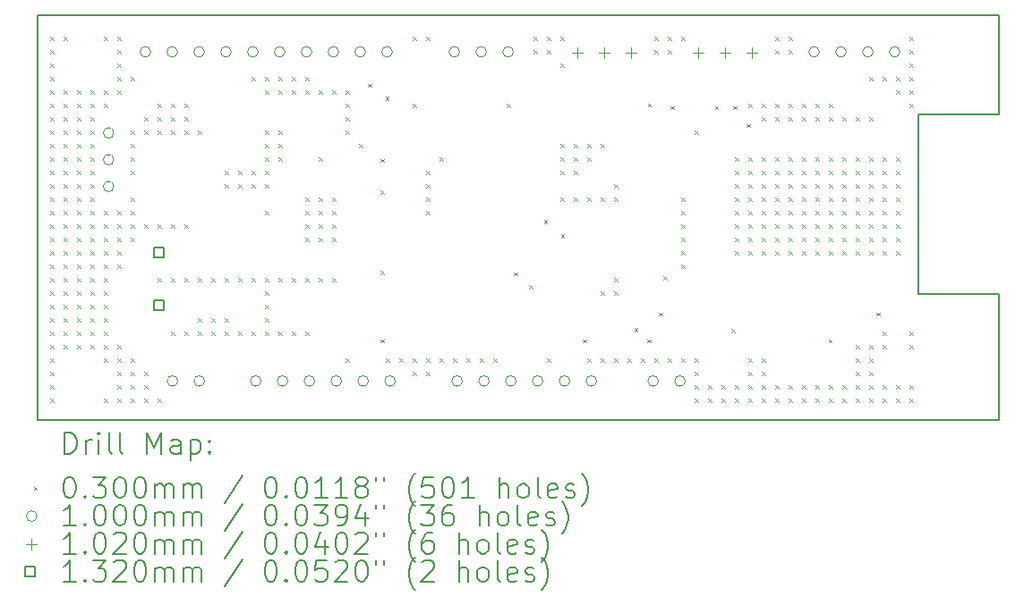
<source format=gbr>
%TF.GenerationSoftware,KiCad,Pcbnew,7.0.5*%
%TF.CreationDate,2023-07-07T02:12:36+07:00*%
%TF.ProjectId,snaaur_v1,736e6161-7572-45f7-9631-2e6b69636164,rev?*%
%TF.SameCoordinates,Original*%
%TF.FileFunction,Drillmap*%
%TF.FilePolarity,Positive*%
%FSLAX45Y45*%
G04 Gerber Fmt 4.5, Leading zero omitted, Abs format (unit mm)*
G04 Created by KiCad (PCBNEW 7.0.5) date 2023-07-07 02:12:36*
%MOMM*%
%LPD*%
G01*
G04 APERTURE LIST*
%ADD10C,0.150000*%
%ADD11C,0.200000*%
%ADD12C,0.030000*%
%ADD13C,0.100000*%
%ADD14C,0.102000*%
%ADD15C,0.132000*%
G04 APERTURE END LIST*
D10*
X19456400Y-6400800D02*
X18694400Y-6400800D01*
X18694400Y-8102600D01*
X19456400Y-8102600D01*
X19456400Y-9296400D01*
X10363200Y-9296400D01*
X10363200Y-5461000D01*
X19456400Y-5461000D01*
X19456400Y-6400800D01*
D11*
D12*
X10480098Y-5668650D02*
X10510098Y-5698650D01*
X10510098Y-5668650D02*
X10480098Y-5698650D01*
X10480098Y-5795650D02*
X10510098Y-5825650D01*
X10510098Y-5795650D02*
X10480098Y-5825650D01*
X10480098Y-5922650D02*
X10510098Y-5952650D01*
X10510098Y-5922650D02*
X10480098Y-5952650D01*
X10480098Y-6049650D02*
X10510098Y-6079650D01*
X10510098Y-6049650D02*
X10480098Y-6079650D01*
X10480098Y-6176650D02*
X10510098Y-6206650D01*
X10510098Y-6176650D02*
X10480098Y-6206650D01*
X10480098Y-6303650D02*
X10510098Y-6333650D01*
X10510098Y-6303650D02*
X10480098Y-6333650D01*
X10480098Y-6430650D02*
X10510098Y-6460650D01*
X10510098Y-6430650D02*
X10480098Y-6460650D01*
X10480098Y-6557650D02*
X10510098Y-6587650D01*
X10510098Y-6557650D02*
X10480098Y-6587650D01*
X10480098Y-6684650D02*
X10510098Y-6714650D01*
X10510098Y-6684650D02*
X10480098Y-6714650D01*
X10480098Y-6811650D02*
X10510098Y-6841650D01*
X10510098Y-6811650D02*
X10480098Y-6841650D01*
X10480098Y-6938650D02*
X10510098Y-6968650D01*
X10510098Y-6938650D02*
X10480098Y-6968650D01*
X10480098Y-7065650D02*
X10510098Y-7095650D01*
X10510098Y-7065650D02*
X10480098Y-7095650D01*
X10480098Y-7192650D02*
X10510098Y-7222650D01*
X10510098Y-7192650D02*
X10480098Y-7222650D01*
X10480098Y-7319650D02*
X10510098Y-7349650D01*
X10510098Y-7319650D02*
X10480098Y-7349650D01*
X10480098Y-7446650D02*
X10510098Y-7476650D01*
X10510098Y-7446650D02*
X10480098Y-7476650D01*
X10480098Y-7573650D02*
X10510098Y-7603650D01*
X10510098Y-7573650D02*
X10480098Y-7603650D01*
X10480098Y-7700650D02*
X10510098Y-7730650D01*
X10510098Y-7700650D02*
X10480098Y-7730650D01*
X10480098Y-7827650D02*
X10510098Y-7857650D01*
X10510098Y-7827650D02*
X10480098Y-7857650D01*
X10480098Y-7954650D02*
X10510098Y-7984650D01*
X10510098Y-7954650D02*
X10480098Y-7984650D01*
X10480098Y-8081650D02*
X10510098Y-8111650D01*
X10510098Y-8081650D02*
X10480098Y-8111650D01*
X10480098Y-8208650D02*
X10510098Y-8238650D01*
X10510098Y-8208650D02*
X10480098Y-8238650D01*
X10480098Y-8335650D02*
X10510098Y-8365650D01*
X10510098Y-8335650D02*
X10480098Y-8365650D01*
X10480098Y-8462650D02*
X10510098Y-8492650D01*
X10510098Y-8462650D02*
X10480098Y-8492650D01*
X10480098Y-8589650D02*
X10510098Y-8619650D01*
X10510098Y-8589650D02*
X10480098Y-8619650D01*
X10480098Y-8716650D02*
X10510098Y-8746650D01*
X10510098Y-8716650D02*
X10480098Y-8746650D01*
X10480098Y-8843650D02*
X10510098Y-8873650D01*
X10510098Y-8843650D02*
X10480098Y-8873650D01*
X10480098Y-8970650D02*
X10510098Y-9000650D01*
X10510098Y-8970650D02*
X10480098Y-9000650D01*
X10480098Y-9097650D02*
X10510098Y-9127650D01*
X10510098Y-9097650D02*
X10480098Y-9127650D01*
X10607098Y-5668650D02*
X10637098Y-5698650D01*
X10637098Y-5668650D02*
X10607098Y-5698650D01*
X10607098Y-6176650D02*
X10637098Y-6206650D01*
X10637098Y-6176650D02*
X10607098Y-6206650D01*
X10607098Y-6303650D02*
X10637098Y-6333650D01*
X10637098Y-6303650D02*
X10607098Y-6333650D01*
X10607098Y-6430650D02*
X10637098Y-6460650D01*
X10637098Y-6430650D02*
X10607098Y-6460650D01*
X10607098Y-6557650D02*
X10637098Y-6587650D01*
X10637098Y-6557650D02*
X10607098Y-6587650D01*
X10607098Y-6684650D02*
X10637098Y-6714650D01*
X10637098Y-6684650D02*
X10607098Y-6714650D01*
X10607098Y-6811650D02*
X10637098Y-6841650D01*
X10637098Y-6811650D02*
X10607098Y-6841650D01*
X10607098Y-6938650D02*
X10637098Y-6968650D01*
X10637098Y-6938650D02*
X10607098Y-6968650D01*
X10607098Y-7065650D02*
X10637098Y-7095650D01*
X10637098Y-7065650D02*
X10607098Y-7095650D01*
X10607098Y-7192650D02*
X10637098Y-7222650D01*
X10637098Y-7192650D02*
X10607098Y-7222650D01*
X10607098Y-7319650D02*
X10637098Y-7349650D01*
X10637098Y-7319650D02*
X10607098Y-7349650D01*
X10607098Y-7446650D02*
X10637098Y-7476650D01*
X10637098Y-7446650D02*
X10607098Y-7476650D01*
X10607098Y-7573650D02*
X10637098Y-7603650D01*
X10637098Y-7573650D02*
X10607098Y-7603650D01*
X10607098Y-7700650D02*
X10637098Y-7730650D01*
X10637098Y-7700650D02*
X10607098Y-7730650D01*
X10607098Y-7827650D02*
X10637098Y-7857650D01*
X10637098Y-7827650D02*
X10607098Y-7857650D01*
X10607098Y-7954650D02*
X10637098Y-7984650D01*
X10637098Y-7954650D02*
X10607098Y-7984650D01*
X10607098Y-8081650D02*
X10637098Y-8111650D01*
X10637098Y-8081650D02*
X10607098Y-8111650D01*
X10607098Y-8208650D02*
X10637098Y-8238650D01*
X10637098Y-8208650D02*
X10607098Y-8238650D01*
X10607098Y-8335650D02*
X10637098Y-8365650D01*
X10637098Y-8335650D02*
X10607098Y-8365650D01*
X10607098Y-8462650D02*
X10637098Y-8492650D01*
X10637098Y-8462650D02*
X10607098Y-8492650D01*
X10607098Y-8589650D02*
X10637098Y-8619650D01*
X10637098Y-8589650D02*
X10607098Y-8619650D01*
X10734098Y-6176650D02*
X10764098Y-6206650D01*
X10764098Y-6176650D02*
X10734098Y-6206650D01*
X10734098Y-6303650D02*
X10764098Y-6333650D01*
X10764098Y-6303650D02*
X10734098Y-6333650D01*
X10734098Y-6430650D02*
X10764098Y-6460650D01*
X10764098Y-6430650D02*
X10734098Y-6460650D01*
X10734098Y-6557650D02*
X10764098Y-6587650D01*
X10764098Y-6557650D02*
X10734098Y-6587650D01*
X10734098Y-6684650D02*
X10764098Y-6714650D01*
X10764098Y-6684650D02*
X10734098Y-6714650D01*
X10734098Y-6811650D02*
X10764098Y-6841650D01*
X10764098Y-6811650D02*
X10734098Y-6841650D01*
X10734098Y-6938650D02*
X10764098Y-6968650D01*
X10764098Y-6938650D02*
X10734098Y-6968650D01*
X10734098Y-7065650D02*
X10764098Y-7095650D01*
X10764098Y-7065650D02*
X10734098Y-7095650D01*
X10734098Y-7192650D02*
X10764098Y-7222650D01*
X10764098Y-7192650D02*
X10734098Y-7222650D01*
X10734098Y-7319650D02*
X10764098Y-7349650D01*
X10764098Y-7319650D02*
X10734098Y-7349650D01*
X10734098Y-7446650D02*
X10764098Y-7476650D01*
X10764098Y-7446650D02*
X10734098Y-7476650D01*
X10734098Y-7573650D02*
X10764098Y-7603650D01*
X10764098Y-7573650D02*
X10734098Y-7603650D01*
X10734098Y-7700650D02*
X10764098Y-7730650D01*
X10764098Y-7700650D02*
X10734098Y-7730650D01*
X10734098Y-7827650D02*
X10764098Y-7857650D01*
X10764098Y-7827650D02*
X10734098Y-7857650D01*
X10734098Y-7954650D02*
X10764098Y-7984650D01*
X10764098Y-7954650D02*
X10734098Y-7984650D01*
X10734098Y-8081650D02*
X10764098Y-8111650D01*
X10764098Y-8081650D02*
X10734098Y-8111650D01*
X10734098Y-8208650D02*
X10764098Y-8238650D01*
X10764098Y-8208650D02*
X10734098Y-8238650D01*
X10734098Y-8335650D02*
X10764098Y-8365650D01*
X10764098Y-8335650D02*
X10734098Y-8365650D01*
X10734098Y-8462650D02*
X10764098Y-8492650D01*
X10764098Y-8462650D02*
X10734098Y-8492650D01*
X10734098Y-8589650D02*
X10764098Y-8619650D01*
X10764098Y-8589650D02*
X10734098Y-8619650D01*
X10861098Y-6176650D02*
X10891098Y-6206650D01*
X10891098Y-6176650D02*
X10861098Y-6206650D01*
X10861098Y-6303650D02*
X10891098Y-6333650D01*
X10891098Y-6303650D02*
X10861098Y-6333650D01*
X10861098Y-6430650D02*
X10891098Y-6460650D01*
X10891098Y-6430650D02*
X10861098Y-6460650D01*
X10861098Y-6557650D02*
X10891098Y-6587650D01*
X10891098Y-6557650D02*
X10861098Y-6587650D01*
X10861098Y-6684650D02*
X10891098Y-6714650D01*
X10891098Y-6684650D02*
X10861098Y-6714650D01*
X10861098Y-6811650D02*
X10891098Y-6841650D01*
X10891098Y-6811650D02*
X10861098Y-6841650D01*
X10861098Y-6938650D02*
X10891098Y-6968650D01*
X10891098Y-6938650D02*
X10861098Y-6968650D01*
X10861098Y-7065650D02*
X10891098Y-7095650D01*
X10891098Y-7065650D02*
X10861098Y-7095650D01*
X10861098Y-7192650D02*
X10891098Y-7222650D01*
X10891098Y-7192650D02*
X10861098Y-7222650D01*
X10861098Y-7319650D02*
X10891098Y-7349650D01*
X10891098Y-7319650D02*
X10861098Y-7349650D01*
X10861098Y-7446650D02*
X10891098Y-7476650D01*
X10891098Y-7446650D02*
X10861098Y-7476650D01*
X10861098Y-7573650D02*
X10891098Y-7603650D01*
X10891098Y-7573650D02*
X10861098Y-7603650D01*
X10861098Y-7700650D02*
X10891098Y-7730650D01*
X10891098Y-7700650D02*
X10861098Y-7730650D01*
X10861098Y-7827650D02*
X10891098Y-7857650D01*
X10891098Y-7827650D02*
X10861098Y-7857650D01*
X10861098Y-7954650D02*
X10891098Y-7984650D01*
X10891098Y-7954650D02*
X10861098Y-7984650D01*
X10861098Y-8081650D02*
X10891098Y-8111650D01*
X10891098Y-8081650D02*
X10861098Y-8111650D01*
X10861098Y-8208650D02*
X10891098Y-8238650D01*
X10891098Y-8208650D02*
X10861098Y-8238650D01*
X10861098Y-8335650D02*
X10891098Y-8365650D01*
X10891098Y-8335650D02*
X10861098Y-8365650D01*
X10861098Y-8462650D02*
X10891098Y-8492650D01*
X10891098Y-8462650D02*
X10861098Y-8492650D01*
X10861098Y-8589650D02*
X10891098Y-8619650D01*
X10891098Y-8589650D02*
X10861098Y-8619650D01*
X10988098Y-5668650D02*
X11018098Y-5698650D01*
X11018098Y-5668650D02*
X10988098Y-5698650D01*
X10988098Y-6176650D02*
X11018098Y-6206650D01*
X11018098Y-6176650D02*
X10988098Y-6206650D01*
X10988098Y-6303650D02*
X11018098Y-6333650D01*
X11018098Y-6303650D02*
X10988098Y-6333650D01*
X10988098Y-7319650D02*
X11018098Y-7349650D01*
X11018098Y-7319650D02*
X10988098Y-7349650D01*
X10988098Y-7446650D02*
X11018098Y-7476650D01*
X11018098Y-7446650D02*
X10988098Y-7476650D01*
X10988098Y-7573650D02*
X11018098Y-7603650D01*
X11018098Y-7573650D02*
X10988098Y-7603650D01*
X10988098Y-7700650D02*
X11018098Y-7730650D01*
X11018098Y-7700650D02*
X10988098Y-7730650D01*
X10988098Y-7827650D02*
X11018098Y-7857650D01*
X11018098Y-7827650D02*
X10988098Y-7857650D01*
X10988098Y-7954650D02*
X11018098Y-7984650D01*
X11018098Y-7954650D02*
X10988098Y-7984650D01*
X10988098Y-8081650D02*
X11018098Y-8111650D01*
X11018098Y-8081650D02*
X10988098Y-8111650D01*
X10988098Y-8208650D02*
X11018098Y-8238650D01*
X11018098Y-8208650D02*
X10988098Y-8238650D01*
X10988098Y-8335650D02*
X11018098Y-8365650D01*
X11018098Y-8335650D02*
X10988098Y-8365650D01*
X10988098Y-8462650D02*
X11018098Y-8492650D01*
X11018098Y-8462650D02*
X10988098Y-8492650D01*
X10988098Y-8589650D02*
X11018098Y-8619650D01*
X11018098Y-8589650D02*
X10988098Y-8619650D01*
X10988098Y-8716650D02*
X11018098Y-8746650D01*
X11018098Y-8716650D02*
X10988098Y-8746650D01*
X10988098Y-9097650D02*
X11018098Y-9127650D01*
X11018098Y-9097650D02*
X10988098Y-9127650D01*
X11115098Y-5668650D02*
X11145098Y-5698650D01*
X11145098Y-5668650D02*
X11115098Y-5698650D01*
X11115098Y-5795650D02*
X11145098Y-5825650D01*
X11145098Y-5795650D02*
X11115098Y-5825650D01*
X11115098Y-5922650D02*
X11145098Y-5952650D01*
X11145098Y-5922650D02*
X11115098Y-5952650D01*
X11115098Y-6049650D02*
X11145098Y-6079650D01*
X11145098Y-6049650D02*
X11115098Y-6079650D01*
X11115098Y-6176650D02*
X11145098Y-6206650D01*
X11145098Y-6176650D02*
X11115098Y-6206650D01*
X11115098Y-7319650D02*
X11145098Y-7349650D01*
X11145098Y-7319650D02*
X11115098Y-7349650D01*
X11115098Y-7446650D02*
X11145098Y-7476650D01*
X11145098Y-7446650D02*
X11115098Y-7476650D01*
X11115098Y-7573650D02*
X11145098Y-7603650D01*
X11145098Y-7573650D02*
X11115098Y-7603650D01*
X11115098Y-7700650D02*
X11145098Y-7730650D01*
X11145098Y-7700650D02*
X11115098Y-7730650D01*
X11115098Y-7827650D02*
X11145098Y-7857650D01*
X11145098Y-7827650D02*
X11115098Y-7857650D01*
X11115098Y-8589650D02*
X11145098Y-8619650D01*
X11145098Y-8589650D02*
X11115098Y-8619650D01*
X11115098Y-8716650D02*
X11145098Y-8746650D01*
X11145098Y-8716650D02*
X11115098Y-8746650D01*
X11115098Y-8843650D02*
X11145098Y-8873650D01*
X11145098Y-8843650D02*
X11115098Y-8873650D01*
X11115098Y-8970650D02*
X11145098Y-9000650D01*
X11145098Y-8970650D02*
X11115098Y-9000650D01*
X11115098Y-9097650D02*
X11145098Y-9127650D01*
X11145098Y-9097650D02*
X11115098Y-9127650D01*
X11242098Y-6049650D02*
X11272098Y-6079650D01*
X11272098Y-6049650D02*
X11242098Y-6079650D01*
X11242098Y-6557650D02*
X11272098Y-6587650D01*
X11272098Y-6557650D02*
X11242098Y-6587650D01*
X11242098Y-6684650D02*
X11272098Y-6714650D01*
X11272098Y-6684650D02*
X11242098Y-6714650D01*
X11242098Y-6811650D02*
X11272098Y-6841650D01*
X11272098Y-6811650D02*
X11242098Y-6841650D01*
X11242098Y-6938650D02*
X11272098Y-6968650D01*
X11272098Y-6938650D02*
X11242098Y-6968650D01*
X11242098Y-7192650D02*
X11272098Y-7222650D01*
X11272098Y-7192650D02*
X11242098Y-7222650D01*
X11242098Y-7319650D02*
X11272098Y-7349650D01*
X11272098Y-7319650D02*
X11242098Y-7349650D01*
X11242098Y-7446650D02*
X11272098Y-7476650D01*
X11272098Y-7446650D02*
X11242098Y-7476650D01*
X11242098Y-7573650D02*
X11272098Y-7603650D01*
X11272098Y-7573650D02*
X11242098Y-7603650D01*
X11242098Y-8716650D02*
X11272098Y-8746650D01*
X11272098Y-8716650D02*
X11242098Y-8746650D01*
X11242098Y-8843650D02*
X11272098Y-8873650D01*
X11272098Y-8843650D02*
X11242098Y-8873650D01*
X11242098Y-8970650D02*
X11272098Y-9000650D01*
X11272098Y-8970650D02*
X11242098Y-9000650D01*
X11242098Y-9097650D02*
X11272098Y-9127650D01*
X11272098Y-9097650D02*
X11242098Y-9127650D01*
X11369098Y-6430650D02*
X11399098Y-6460650D01*
X11399098Y-6430650D02*
X11369098Y-6460650D01*
X11369098Y-6557650D02*
X11399098Y-6587650D01*
X11399098Y-6557650D02*
X11369098Y-6587650D01*
X11369098Y-7446650D02*
X11399098Y-7476650D01*
X11399098Y-7446650D02*
X11369098Y-7476650D01*
X11369098Y-8843650D02*
X11399098Y-8873650D01*
X11399098Y-8843650D02*
X11369098Y-8873650D01*
X11369098Y-8970650D02*
X11399098Y-9000650D01*
X11399098Y-8970650D02*
X11369098Y-9000650D01*
X11369098Y-9097650D02*
X11399098Y-9127650D01*
X11399098Y-9097650D02*
X11369098Y-9127650D01*
X11496098Y-6303650D02*
X11526098Y-6333650D01*
X11526098Y-6303650D02*
X11496098Y-6333650D01*
X11496098Y-6430650D02*
X11526098Y-6460650D01*
X11526098Y-6430650D02*
X11496098Y-6460650D01*
X11496098Y-6557650D02*
X11526098Y-6587650D01*
X11526098Y-6557650D02*
X11496098Y-6587650D01*
X11496098Y-7446650D02*
X11526098Y-7476650D01*
X11526098Y-7446650D02*
X11496098Y-7476650D01*
X11496098Y-7954650D02*
X11526098Y-7984650D01*
X11526098Y-7954650D02*
X11496098Y-7984650D01*
X11496098Y-9097650D02*
X11526098Y-9127650D01*
X11526098Y-9097650D02*
X11496098Y-9127650D01*
X11623098Y-6303650D02*
X11653098Y-6333650D01*
X11653098Y-6303650D02*
X11623098Y-6333650D01*
X11623098Y-6430650D02*
X11653098Y-6460650D01*
X11653098Y-6430650D02*
X11623098Y-6460650D01*
X11623098Y-6557650D02*
X11653098Y-6587650D01*
X11653098Y-6557650D02*
X11623098Y-6587650D01*
X11623098Y-7446650D02*
X11653098Y-7476650D01*
X11653098Y-7446650D02*
X11623098Y-7476650D01*
X11623098Y-7954650D02*
X11653098Y-7984650D01*
X11653098Y-7954650D02*
X11623098Y-7984650D01*
X11623098Y-8462650D02*
X11653098Y-8492650D01*
X11653098Y-8462650D02*
X11623098Y-8492650D01*
X11750098Y-6303650D02*
X11780098Y-6333650D01*
X11780098Y-6303650D02*
X11750098Y-6333650D01*
X11750098Y-6430650D02*
X11780098Y-6460650D01*
X11780098Y-6430650D02*
X11750098Y-6460650D01*
X11750098Y-6557650D02*
X11780098Y-6587650D01*
X11780098Y-6557650D02*
X11750098Y-6587650D01*
X11750098Y-7446650D02*
X11780098Y-7476650D01*
X11780098Y-7446650D02*
X11750098Y-7476650D01*
X11750098Y-7954650D02*
X11780098Y-7984650D01*
X11780098Y-7954650D02*
X11750098Y-7984650D01*
X11750098Y-8462650D02*
X11780098Y-8492650D01*
X11780098Y-8462650D02*
X11750098Y-8492650D01*
X11877098Y-6557650D02*
X11907098Y-6587650D01*
X11907098Y-6557650D02*
X11877098Y-6587650D01*
X11877098Y-7954650D02*
X11907098Y-7984650D01*
X11907098Y-7954650D02*
X11877098Y-7984650D01*
X11877098Y-8335650D02*
X11907098Y-8365650D01*
X11907098Y-8335650D02*
X11877098Y-8365650D01*
X11877098Y-8462650D02*
X11907098Y-8492650D01*
X11907098Y-8462650D02*
X11877098Y-8492650D01*
X12004098Y-7954650D02*
X12034098Y-7984650D01*
X12034098Y-7954650D02*
X12004098Y-7984650D01*
X12004098Y-8335650D02*
X12034098Y-8365650D01*
X12034098Y-8335650D02*
X12004098Y-8365650D01*
X12004098Y-8462650D02*
X12034098Y-8492650D01*
X12034098Y-8462650D02*
X12004098Y-8492650D01*
X12131098Y-6938650D02*
X12161098Y-6968650D01*
X12161098Y-6938650D02*
X12131098Y-6968650D01*
X12131098Y-7065650D02*
X12161098Y-7095650D01*
X12161098Y-7065650D02*
X12131098Y-7095650D01*
X12131098Y-7954650D02*
X12161098Y-7984650D01*
X12161098Y-7954650D02*
X12131098Y-7984650D01*
X12131098Y-8335650D02*
X12161098Y-8365650D01*
X12161098Y-8335650D02*
X12131098Y-8365650D01*
X12131098Y-8462650D02*
X12161098Y-8492650D01*
X12161098Y-8462650D02*
X12131098Y-8492650D01*
X12258098Y-6938650D02*
X12288098Y-6968650D01*
X12288098Y-6938650D02*
X12258098Y-6968650D01*
X12258098Y-7065650D02*
X12288098Y-7095650D01*
X12288098Y-7065650D02*
X12258098Y-7095650D01*
X12258098Y-7954650D02*
X12288098Y-7984650D01*
X12288098Y-7954650D02*
X12258098Y-7984650D01*
X12258098Y-8462650D02*
X12288098Y-8492650D01*
X12288098Y-8462650D02*
X12258098Y-8492650D01*
X12385098Y-6049650D02*
X12415098Y-6079650D01*
X12415098Y-6049650D02*
X12385098Y-6079650D01*
X12385098Y-6938650D02*
X12415098Y-6968650D01*
X12415098Y-6938650D02*
X12385098Y-6968650D01*
X12385098Y-7065650D02*
X12415098Y-7095650D01*
X12415098Y-7065650D02*
X12385098Y-7095650D01*
X12385098Y-7954650D02*
X12415098Y-7984650D01*
X12415098Y-7954650D02*
X12385098Y-7984650D01*
X12385098Y-8462650D02*
X12415098Y-8492650D01*
X12415098Y-8462650D02*
X12385098Y-8492650D01*
X12512098Y-6049650D02*
X12542098Y-6079650D01*
X12542098Y-6049650D02*
X12512098Y-6079650D01*
X12512098Y-6176650D02*
X12542098Y-6206650D01*
X12542098Y-6176650D02*
X12512098Y-6206650D01*
X12512098Y-6557650D02*
X12542098Y-6587650D01*
X12542098Y-6557650D02*
X12512098Y-6587650D01*
X12512098Y-6684650D02*
X12542098Y-6714650D01*
X12542098Y-6684650D02*
X12512098Y-6714650D01*
X12512098Y-6811650D02*
X12542098Y-6841650D01*
X12542098Y-6811650D02*
X12512098Y-6841650D01*
X12512098Y-6938650D02*
X12542098Y-6968650D01*
X12542098Y-6938650D02*
X12512098Y-6968650D01*
X12512098Y-7065650D02*
X12542098Y-7095650D01*
X12542098Y-7065650D02*
X12512098Y-7095650D01*
X12512098Y-7319650D02*
X12542098Y-7349650D01*
X12542098Y-7319650D02*
X12512098Y-7349650D01*
X12512098Y-7954650D02*
X12542098Y-7984650D01*
X12542098Y-7954650D02*
X12512098Y-7984650D01*
X12512098Y-8081650D02*
X12542098Y-8111650D01*
X12542098Y-8081650D02*
X12512098Y-8111650D01*
X12512098Y-8208650D02*
X12542098Y-8238650D01*
X12542098Y-8208650D02*
X12512098Y-8238650D01*
X12512098Y-8335650D02*
X12542098Y-8365650D01*
X12542098Y-8335650D02*
X12512098Y-8365650D01*
X12512098Y-8462650D02*
X12542098Y-8492650D01*
X12542098Y-8462650D02*
X12512098Y-8492650D01*
X12639098Y-6049650D02*
X12669098Y-6079650D01*
X12669098Y-6049650D02*
X12639098Y-6079650D01*
X12639098Y-6176650D02*
X12669098Y-6206650D01*
X12669098Y-6176650D02*
X12639098Y-6206650D01*
X12639098Y-6557650D02*
X12669098Y-6587650D01*
X12669098Y-6557650D02*
X12639098Y-6587650D01*
X12639098Y-6684650D02*
X12669098Y-6714650D01*
X12669098Y-6684650D02*
X12639098Y-6714650D01*
X12639098Y-6811650D02*
X12669098Y-6841650D01*
X12669098Y-6811650D02*
X12639098Y-6841650D01*
X12639098Y-7954650D02*
X12669098Y-7984650D01*
X12669098Y-7954650D02*
X12639098Y-7984650D01*
X12639098Y-8462650D02*
X12669098Y-8492650D01*
X12669098Y-8462650D02*
X12639098Y-8492650D01*
X12766098Y-6049650D02*
X12796098Y-6079650D01*
X12796098Y-6049650D02*
X12766098Y-6079650D01*
X12766098Y-6176650D02*
X12796098Y-6206650D01*
X12796098Y-6176650D02*
X12766098Y-6206650D01*
X12766098Y-7954650D02*
X12796098Y-7984650D01*
X12796098Y-7954650D02*
X12766098Y-7984650D01*
X12766098Y-8462650D02*
X12796098Y-8492650D01*
X12796098Y-8462650D02*
X12766098Y-8492650D01*
X12893098Y-6049650D02*
X12923098Y-6079650D01*
X12923098Y-6049650D02*
X12893098Y-6079650D01*
X12893098Y-6176650D02*
X12923098Y-6206650D01*
X12923098Y-6176650D02*
X12893098Y-6206650D01*
X12893098Y-7192650D02*
X12923098Y-7222650D01*
X12923098Y-7192650D02*
X12893098Y-7222650D01*
X12893098Y-7319650D02*
X12923098Y-7349650D01*
X12923098Y-7319650D02*
X12893098Y-7349650D01*
X12893098Y-7446650D02*
X12923098Y-7476650D01*
X12923098Y-7446650D02*
X12893098Y-7476650D01*
X12893098Y-7573650D02*
X12923098Y-7603650D01*
X12923098Y-7573650D02*
X12893098Y-7603650D01*
X12893098Y-7954650D02*
X12923098Y-7984650D01*
X12923098Y-7954650D02*
X12893098Y-7984650D01*
X12893098Y-8462650D02*
X12923098Y-8492650D01*
X12923098Y-8462650D02*
X12893098Y-8492650D01*
X13020098Y-6176650D02*
X13050098Y-6206650D01*
X13050098Y-6176650D02*
X13020098Y-6206650D01*
X13020098Y-6811650D02*
X13050098Y-6841650D01*
X13050098Y-6811650D02*
X13020098Y-6841650D01*
X13020098Y-7192650D02*
X13050098Y-7222650D01*
X13050098Y-7192650D02*
X13020098Y-7222650D01*
X13020098Y-7319650D02*
X13050098Y-7349650D01*
X13050098Y-7319650D02*
X13020098Y-7349650D01*
X13020098Y-7446650D02*
X13050098Y-7476650D01*
X13050098Y-7446650D02*
X13020098Y-7476650D01*
X13020098Y-7573650D02*
X13050098Y-7603650D01*
X13050098Y-7573650D02*
X13020098Y-7603650D01*
X13020098Y-7954650D02*
X13050098Y-7984650D01*
X13050098Y-7954650D02*
X13020098Y-7984650D01*
X13147098Y-6176650D02*
X13177098Y-6206650D01*
X13177098Y-6176650D02*
X13147098Y-6206650D01*
X13147098Y-7192650D02*
X13177098Y-7222650D01*
X13177098Y-7192650D02*
X13147098Y-7222650D01*
X13147098Y-7319650D02*
X13177098Y-7349650D01*
X13177098Y-7319650D02*
X13147098Y-7349650D01*
X13147098Y-7446650D02*
X13177098Y-7476650D01*
X13177098Y-7446650D02*
X13147098Y-7476650D01*
X13147098Y-7573650D02*
X13177098Y-7603650D01*
X13177098Y-7573650D02*
X13147098Y-7603650D01*
X13147098Y-7954650D02*
X13177098Y-7984650D01*
X13177098Y-7954650D02*
X13147098Y-7984650D01*
X13274098Y-6176650D02*
X13304098Y-6206650D01*
X13304098Y-6176650D02*
X13274098Y-6206650D01*
X13274098Y-6303650D02*
X13304098Y-6333650D01*
X13304098Y-6303650D02*
X13274098Y-6333650D01*
X13274098Y-6430650D02*
X13304098Y-6460650D01*
X13304098Y-6430650D02*
X13274098Y-6460650D01*
X13274098Y-6557650D02*
X13304098Y-6587650D01*
X13304098Y-6557650D02*
X13274098Y-6587650D01*
X13274098Y-8716650D02*
X13304098Y-8746650D01*
X13304098Y-8716650D02*
X13274098Y-8746650D01*
X13401098Y-6684650D02*
X13431098Y-6714650D01*
X13431098Y-6684650D02*
X13401098Y-6714650D01*
X13489100Y-6112000D02*
X13519100Y-6142000D01*
X13519100Y-6112000D02*
X13489100Y-6142000D01*
X13605000Y-8532500D02*
X13635000Y-8562500D01*
X13635000Y-8532500D02*
X13605000Y-8562500D01*
X13607500Y-6822500D02*
X13637500Y-6852500D01*
X13637500Y-6822500D02*
X13607500Y-6852500D01*
X13607500Y-7122400D02*
X13637500Y-7152400D01*
X13637500Y-7122400D02*
X13607500Y-7152400D01*
X13607500Y-7884400D02*
X13637500Y-7914400D01*
X13637500Y-7884400D02*
X13607500Y-7914400D01*
X13654200Y-6235130D02*
X13684200Y-6265130D01*
X13684200Y-6235130D02*
X13654200Y-6265130D01*
X13655098Y-8716650D02*
X13685098Y-8746650D01*
X13685098Y-8716650D02*
X13655098Y-8746650D01*
X13782098Y-8716650D02*
X13812098Y-8746650D01*
X13812098Y-8716650D02*
X13782098Y-8746650D01*
X13909098Y-5668650D02*
X13939098Y-5698650D01*
X13939098Y-5668650D02*
X13909098Y-5698650D01*
X13909098Y-6303650D02*
X13939098Y-6333650D01*
X13939098Y-6303650D02*
X13909098Y-6333650D01*
X13909098Y-8716650D02*
X13939098Y-8746650D01*
X13939098Y-8716650D02*
X13909098Y-8746650D01*
X13909098Y-8843650D02*
X13939098Y-8873650D01*
X13939098Y-8843650D02*
X13909098Y-8873650D01*
X14036098Y-5668650D02*
X14066098Y-5698650D01*
X14066098Y-5668650D02*
X14036098Y-5698650D01*
X14036098Y-6938650D02*
X14066098Y-6968650D01*
X14066098Y-6938650D02*
X14036098Y-6968650D01*
X14036098Y-7065650D02*
X14066098Y-7095650D01*
X14066098Y-7065650D02*
X14036098Y-7095650D01*
X14036098Y-7192650D02*
X14066098Y-7222650D01*
X14066098Y-7192650D02*
X14036098Y-7222650D01*
X14036098Y-7319650D02*
X14066098Y-7349650D01*
X14066098Y-7319650D02*
X14036098Y-7349650D01*
X14036098Y-8716650D02*
X14066098Y-8746650D01*
X14066098Y-8716650D02*
X14036098Y-8746650D01*
X14036098Y-8843650D02*
X14066098Y-8873650D01*
X14066098Y-8843650D02*
X14036098Y-8873650D01*
X14163098Y-6811650D02*
X14193098Y-6841650D01*
X14193098Y-6811650D02*
X14163098Y-6841650D01*
X14163098Y-8716650D02*
X14193098Y-8746650D01*
X14193098Y-8716650D02*
X14163098Y-8746650D01*
X14290098Y-8716650D02*
X14320098Y-8746650D01*
X14320098Y-8716650D02*
X14290098Y-8746650D01*
X14417098Y-8716650D02*
X14447098Y-8746650D01*
X14447098Y-8716650D02*
X14417098Y-8746650D01*
X14544098Y-8716650D02*
X14574098Y-8746650D01*
X14574098Y-8716650D02*
X14544098Y-8746650D01*
X14671098Y-8716650D02*
X14701098Y-8746650D01*
X14701098Y-8716650D02*
X14671098Y-8746650D01*
X14798098Y-6303650D02*
X14828098Y-6333650D01*
X14828098Y-6303650D02*
X14798098Y-6333650D01*
X14869400Y-7900000D02*
X14899400Y-7930000D01*
X14899400Y-7900000D02*
X14869400Y-7930000D01*
X15010000Y-8022500D02*
X15040000Y-8052500D01*
X15040000Y-8022500D02*
X15010000Y-8052500D01*
X15052098Y-5668650D02*
X15082098Y-5698650D01*
X15082098Y-5668650D02*
X15052098Y-5698650D01*
X15052098Y-5795650D02*
X15082098Y-5825650D01*
X15082098Y-5795650D02*
X15052098Y-5825650D01*
X15152800Y-7401100D02*
X15182800Y-7431100D01*
X15182800Y-7401100D02*
X15152800Y-7431100D01*
X15179098Y-5668650D02*
X15209098Y-5698650D01*
X15209098Y-5668650D02*
X15179098Y-5698650D01*
X15179098Y-5795650D02*
X15209098Y-5825650D01*
X15209098Y-5795650D02*
X15179098Y-5825650D01*
X15179098Y-8716650D02*
X15209098Y-8746650D01*
X15209098Y-8716650D02*
X15179098Y-8746650D01*
X15306098Y-5668650D02*
X15336098Y-5698650D01*
X15336098Y-5668650D02*
X15306098Y-5698650D01*
X15306098Y-5922650D02*
X15336098Y-5952650D01*
X15336098Y-5922650D02*
X15306098Y-5952650D01*
X15306098Y-6684650D02*
X15336098Y-6714650D01*
X15336098Y-6684650D02*
X15306098Y-6714650D01*
X15306098Y-6811650D02*
X15336098Y-6841650D01*
X15336098Y-6811650D02*
X15306098Y-6841650D01*
X15306098Y-6938650D02*
X15336098Y-6968650D01*
X15336098Y-6938650D02*
X15306098Y-6968650D01*
X15306098Y-7192650D02*
X15336098Y-7222650D01*
X15336098Y-7192650D02*
X15306098Y-7222650D01*
X15312500Y-7540000D02*
X15342500Y-7570000D01*
X15342500Y-7540000D02*
X15312500Y-7570000D01*
X15433098Y-6684650D02*
X15463098Y-6714650D01*
X15463098Y-6684650D02*
X15433098Y-6714650D01*
X15433098Y-6811650D02*
X15463098Y-6841650D01*
X15463098Y-6811650D02*
X15433098Y-6841650D01*
X15433098Y-6938650D02*
X15463098Y-6968650D01*
X15463098Y-6938650D02*
X15433098Y-6968650D01*
X15433098Y-7192650D02*
X15463098Y-7222650D01*
X15463098Y-7192650D02*
X15433098Y-7222650D01*
X15521100Y-8531400D02*
X15551100Y-8561400D01*
X15551100Y-8531400D02*
X15521100Y-8561400D01*
X15560098Y-6684650D02*
X15590098Y-6714650D01*
X15590098Y-6684650D02*
X15560098Y-6714650D01*
X15560098Y-6811650D02*
X15590098Y-6841650D01*
X15590098Y-6811650D02*
X15560098Y-6841650D01*
X15560098Y-7192650D02*
X15590098Y-7222650D01*
X15590098Y-7192650D02*
X15560098Y-7222650D01*
X15560098Y-8716650D02*
X15590098Y-8746650D01*
X15590098Y-8716650D02*
X15560098Y-8746650D01*
X15687098Y-6684650D02*
X15717098Y-6714650D01*
X15717098Y-6684650D02*
X15687098Y-6714650D01*
X15687098Y-7192650D02*
X15717098Y-7222650D01*
X15717098Y-7192650D02*
X15687098Y-7222650D01*
X15687098Y-8081650D02*
X15717098Y-8111650D01*
X15717098Y-8081650D02*
X15687098Y-8111650D01*
X15687098Y-8716650D02*
X15717098Y-8746650D01*
X15717098Y-8716650D02*
X15687098Y-8746650D01*
X15814098Y-7065650D02*
X15844098Y-7095650D01*
X15844098Y-7065650D02*
X15814098Y-7095650D01*
X15814098Y-7192650D02*
X15844098Y-7222650D01*
X15844098Y-7192650D02*
X15814098Y-7222650D01*
X15814098Y-7954650D02*
X15844098Y-7984650D01*
X15844098Y-7954650D02*
X15814098Y-7984650D01*
X15814098Y-8081650D02*
X15844098Y-8111650D01*
X15844098Y-8081650D02*
X15814098Y-8111650D01*
X15814098Y-8716650D02*
X15844098Y-8746650D01*
X15844098Y-8716650D02*
X15814098Y-8746650D01*
X15941098Y-8716650D02*
X15971098Y-8746650D01*
X15971098Y-8716650D02*
X15941098Y-8746650D01*
X16006212Y-8429012D02*
X16036212Y-8459012D01*
X16036212Y-8429012D02*
X16006212Y-8459012D01*
X16068098Y-8716650D02*
X16098098Y-8746650D01*
X16098098Y-8716650D02*
X16068098Y-8746650D01*
X16128188Y-8531400D02*
X16158188Y-8561400D01*
X16158188Y-8531400D02*
X16128188Y-8561400D01*
X16133240Y-6298684D02*
X16163240Y-6328684D01*
X16163240Y-6298684D02*
X16133240Y-6328684D01*
X16195098Y-5668650D02*
X16225098Y-5698650D01*
X16225098Y-5668650D02*
X16195098Y-5698650D01*
X16195098Y-5795650D02*
X16225098Y-5825650D01*
X16225098Y-5795650D02*
X16195098Y-5825650D01*
X16195098Y-8716650D02*
X16225098Y-8746650D01*
X16225098Y-8716650D02*
X16195098Y-8746650D01*
X16241000Y-8277400D02*
X16271000Y-8307400D01*
X16271000Y-8277400D02*
X16241000Y-8307400D01*
X16280800Y-7935200D02*
X16310800Y-7965200D01*
X16310800Y-7935200D02*
X16280800Y-7965200D01*
X16322098Y-5668650D02*
X16352098Y-5698650D01*
X16352098Y-5668650D02*
X16322098Y-5698650D01*
X16322098Y-5795650D02*
X16352098Y-5825650D01*
X16352098Y-5795650D02*
X16322098Y-5825650D01*
X16322098Y-8716650D02*
X16352098Y-8746650D01*
X16352098Y-8716650D02*
X16322098Y-8746650D01*
X16347500Y-6322000D02*
X16377500Y-6352000D01*
X16377500Y-6322000D02*
X16347500Y-6352000D01*
X16449098Y-5668650D02*
X16479098Y-5698650D01*
X16479098Y-5668650D02*
X16449098Y-5698650D01*
X16449098Y-7192650D02*
X16479098Y-7222650D01*
X16479098Y-7192650D02*
X16449098Y-7222650D01*
X16449098Y-7319650D02*
X16479098Y-7349650D01*
X16479098Y-7319650D02*
X16449098Y-7349650D01*
X16449098Y-7446650D02*
X16479098Y-7476650D01*
X16479098Y-7446650D02*
X16449098Y-7476650D01*
X16449098Y-7573650D02*
X16479098Y-7603650D01*
X16479098Y-7573650D02*
X16449098Y-7603650D01*
X16449098Y-7700650D02*
X16479098Y-7730650D01*
X16479098Y-7700650D02*
X16449098Y-7730650D01*
X16449098Y-7827650D02*
X16479098Y-7857650D01*
X16479098Y-7827650D02*
X16449098Y-7857650D01*
X16449098Y-8716650D02*
X16479098Y-8746650D01*
X16479098Y-8716650D02*
X16449098Y-8746650D01*
X16576098Y-6557650D02*
X16606098Y-6587650D01*
X16606098Y-6557650D02*
X16576098Y-6587650D01*
X16576098Y-8716650D02*
X16606098Y-8746650D01*
X16606098Y-8716650D02*
X16576098Y-8746650D01*
X16576098Y-8843650D02*
X16606098Y-8873650D01*
X16606098Y-8843650D02*
X16576098Y-8873650D01*
X16576098Y-8970650D02*
X16606098Y-9000650D01*
X16606098Y-8970650D02*
X16576098Y-9000650D01*
X16576098Y-9097650D02*
X16606098Y-9127650D01*
X16606098Y-9097650D02*
X16576098Y-9127650D01*
X16703098Y-8970650D02*
X16733098Y-9000650D01*
X16733098Y-8970650D02*
X16703098Y-9000650D01*
X16703098Y-9097650D02*
X16733098Y-9127650D01*
X16733098Y-9097650D02*
X16703098Y-9127650D01*
X16767500Y-6322000D02*
X16797500Y-6352000D01*
X16797500Y-6322000D02*
X16767500Y-6352000D01*
X16830098Y-8970650D02*
X16860098Y-9000650D01*
X16860098Y-8970650D02*
X16830098Y-9000650D01*
X16830098Y-9097650D02*
X16860098Y-9127650D01*
X16860098Y-9097650D02*
X16830098Y-9127650D01*
X16926800Y-8435200D02*
X16956800Y-8465200D01*
X16956800Y-8435200D02*
X16926800Y-8465200D01*
X16940850Y-6324250D02*
X16970850Y-6354250D01*
X16970850Y-6324250D02*
X16940850Y-6354250D01*
X16957098Y-6811650D02*
X16987098Y-6841650D01*
X16987098Y-6811650D02*
X16957098Y-6841650D01*
X16957098Y-6938650D02*
X16987098Y-6968650D01*
X16987098Y-6938650D02*
X16957098Y-6968650D01*
X16957098Y-7065650D02*
X16987098Y-7095650D01*
X16987098Y-7065650D02*
X16957098Y-7095650D01*
X16957098Y-7192650D02*
X16987098Y-7222650D01*
X16987098Y-7192650D02*
X16957098Y-7222650D01*
X16957098Y-7319650D02*
X16987098Y-7349650D01*
X16987098Y-7319650D02*
X16957098Y-7349650D01*
X16957098Y-7446650D02*
X16987098Y-7476650D01*
X16987098Y-7446650D02*
X16957098Y-7476650D01*
X16957098Y-7573650D02*
X16987098Y-7603650D01*
X16987098Y-7573650D02*
X16957098Y-7603650D01*
X16957098Y-7700650D02*
X16987098Y-7730650D01*
X16987098Y-7700650D02*
X16957098Y-7730650D01*
X16957098Y-8970650D02*
X16987098Y-9000650D01*
X16987098Y-8970650D02*
X16957098Y-9000650D01*
X16957098Y-9097650D02*
X16987098Y-9127650D01*
X16987098Y-9097650D02*
X16957098Y-9127650D01*
X17070500Y-6494320D02*
X17100500Y-6524320D01*
X17100500Y-6494320D02*
X17070500Y-6524320D01*
X17084098Y-6303650D02*
X17114098Y-6333650D01*
X17114098Y-6303650D02*
X17084098Y-6333650D01*
X17084098Y-6811650D02*
X17114098Y-6841650D01*
X17114098Y-6811650D02*
X17084098Y-6841650D01*
X17084098Y-6938650D02*
X17114098Y-6968650D01*
X17114098Y-6938650D02*
X17084098Y-6968650D01*
X17084098Y-7065650D02*
X17114098Y-7095650D01*
X17114098Y-7065650D02*
X17084098Y-7095650D01*
X17084098Y-7192650D02*
X17114098Y-7222650D01*
X17114098Y-7192650D02*
X17084098Y-7222650D01*
X17084098Y-7319650D02*
X17114098Y-7349650D01*
X17114098Y-7319650D02*
X17084098Y-7349650D01*
X17084098Y-7446650D02*
X17114098Y-7476650D01*
X17114098Y-7446650D02*
X17084098Y-7476650D01*
X17084098Y-7573650D02*
X17114098Y-7603650D01*
X17114098Y-7573650D02*
X17084098Y-7603650D01*
X17084098Y-7700650D02*
X17114098Y-7730650D01*
X17114098Y-7700650D02*
X17084098Y-7730650D01*
X17084098Y-8716650D02*
X17114098Y-8746650D01*
X17114098Y-8716650D02*
X17084098Y-8746650D01*
X17084098Y-8843650D02*
X17114098Y-8873650D01*
X17114098Y-8843650D02*
X17084098Y-8873650D01*
X17084098Y-8970650D02*
X17114098Y-9000650D01*
X17114098Y-8970650D02*
X17084098Y-9000650D01*
X17084098Y-9097650D02*
X17114098Y-9127650D01*
X17114098Y-9097650D02*
X17084098Y-9127650D01*
X17211098Y-6303650D02*
X17241098Y-6333650D01*
X17241098Y-6303650D02*
X17211098Y-6333650D01*
X17211098Y-6430650D02*
X17241098Y-6460650D01*
X17241098Y-6430650D02*
X17211098Y-6460650D01*
X17211098Y-6811650D02*
X17241098Y-6841650D01*
X17241098Y-6811650D02*
X17211098Y-6841650D01*
X17211098Y-6938650D02*
X17241098Y-6968650D01*
X17241098Y-6938650D02*
X17211098Y-6968650D01*
X17211098Y-7065650D02*
X17241098Y-7095650D01*
X17241098Y-7065650D02*
X17211098Y-7095650D01*
X17211098Y-7192650D02*
X17241098Y-7222650D01*
X17241098Y-7192650D02*
X17211098Y-7222650D01*
X17211098Y-7319650D02*
X17241098Y-7349650D01*
X17241098Y-7319650D02*
X17211098Y-7349650D01*
X17211098Y-7446650D02*
X17241098Y-7476650D01*
X17241098Y-7446650D02*
X17211098Y-7476650D01*
X17211098Y-7573650D02*
X17241098Y-7603650D01*
X17241098Y-7573650D02*
X17211098Y-7603650D01*
X17211098Y-7700650D02*
X17241098Y-7730650D01*
X17241098Y-7700650D02*
X17211098Y-7730650D01*
X17211098Y-8716650D02*
X17241098Y-8746650D01*
X17241098Y-8716650D02*
X17211098Y-8746650D01*
X17211098Y-8843650D02*
X17241098Y-8873650D01*
X17241098Y-8843650D02*
X17211098Y-8873650D01*
X17211098Y-8970650D02*
X17241098Y-9000650D01*
X17241098Y-8970650D02*
X17211098Y-9000650D01*
X17211098Y-9097650D02*
X17241098Y-9127650D01*
X17241098Y-9097650D02*
X17211098Y-9127650D01*
X17338098Y-5668650D02*
X17368098Y-5698650D01*
X17368098Y-5668650D02*
X17338098Y-5698650D01*
X17338098Y-5795650D02*
X17368098Y-5825650D01*
X17368098Y-5795650D02*
X17338098Y-5825650D01*
X17338098Y-6303650D02*
X17368098Y-6333650D01*
X17368098Y-6303650D02*
X17338098Y-6333650D01*
X17338098Y-6430650D02*
X17368098Y-6460650D01*
X17368098Y-6430650D02*
X17338098Y-6460650D01*
X17338098Y-6811650D02*
X17368098Y-6841650D01*
X17368098Y-6811650D02*
X17338098Y-6841650D01*
X17338098Y-6938650D02*
X17368098Y-6968650D01*
X17368098Y-6938650D02*
X17338098Y-6968650D01*
X17338098Y-7065650D02*
X17368098Y-7095650D01*
X17368098Y-7065650D02*
X17338098Y-7095650D01*
X17338098Y-7192650D02*
X17368098Y-7222650D01*
X17368098Y-7192650D02*
X17338098Y-7222650D01*
X17338098Y-7319650D02*
X17368098Y-7349650D01*
X17368098Y-7319650D02*
X17338098Y-7349650D01*
X17338098Y-7446650D02*
X17368098Y-7476650D01*
X17368098Y-7446650D02*
X17338098Y-7476650D01*
X17338098Y-7573650D02*
X17368098Y-7603650D01*
X17368098Y-7573650D02*
X17338098Y-7603650D01*
X17338098Y-7700650D02*
X17368098Y-7730650D01*
X17368098Y-7700650D02*
X17338098Y-7730650D01*
X17338098Y-8970650D02*
X17368098Y-9000650D01*
X17368098Y-8970650D02*
X17338098Y-9000650D01*
X17338098Y-9097650D02*
X17368098Y-9127650D01*
X17368098Y-9097650D02*
X17338098Y-9127650D01*
X17465098Y-5668650D02*
X17495098Y-5698650D01*
X17495098Y-5668650D02*
X17465098Y-5698650D01*
X17465098Y-5795650D02*
X17495098Y-5825650D01*
X17495098Y-5795650D02*
X17465098Y-5825650D01*
X17465098Y-6303650D02*
X17495098Y-6333650D01*
X17495098Y-6303650D02*
X17465098Y-6333650D01*
X17465098Y-6430650D02*
X17495098Y-6460650D01*
X17495098Y-6430650D02*
X17465098Y-6460650D01*
X17465098Y-6811650D02*
X17495098Y-6841650D01*
X17495098Y-6811650D02*
X17465098Y-6841650D01*
X17465098Y-6938650D02*
X17495098Y-6968650D01*
X17495098Y-6938650D02*
X17465098Y-6968650D01*
X17465098Y-7065650D02*
X17495098Y-7095650D01*
X17495098Y-7065650D02*
X17465098Y-7095650D01*
X17465098Y-7192650D02*
X17495098Y-7222650D01*
X17495098Y-7192650D02*
X17465098Y-7222650D01*
X17465098Y-7319650D02*
X17495098Y-7349650D01*
X17495098Y-7319650D02*
X17465098Y-7349650D01*
X17465098Y-7446650D02*
X17495098Y-7476650D01*
X17495098Y-7446650D02*
X17465098Y-7476650D01*
X17465098Y-7573650D02*
X17495098Y-7603650D01*
X17495098Y-7573650D02*
X17465098Y-7603650D01*
X17465098Y-7700650D02*
X17495098Y-7730650D01*
X17495098Y-7700650D02*
X17465098Y-7730650D01*
X17465098Y-8970650D02*
X17495098Y-9000650D01*
X17495098Y-8970650D02*
X17465098Y-9000650D01*
X17465098Y-9097650D02*
X17495098Y-9127650D01*
X17495098Y-9097650D02*
X17465098Y-9127650D01*
X17592098Y-6303650D02*
X17622098Y-6333650D01*
X17622098Y-6303650D02*
X17592098Y-6333650D01*
X17592098Y-6430650D02*
X17622098Y-6460650D01*
X17622098Y-6430650D02*
X17592098Y-6460650D01*
X17592098Y-6811650D02*
X17622098Y-6841650D01*
X17622098Y-6811650D02*
X17592098Y-6841650D01*
X17592098Y-6938650D02*
X17622098Y-6968650D01*
X17622098Y-6938650D02*
X17592098Y-6968650D01*
X17592098Y-7065650D02*
X17622098Y-7095650D01*
X17622098Y-7065650D02*
X17592098Y-7095650D01*
X17592098Y-7192650D02*
X17622098Y-7222650D01*
X17622098Y-7192650D02*
X17592098Y-7222650D01*
X17592098Y-7319650D02*
X17622098Y-7349650D01*
X17622098Y-7319650D02*
X17592098Y-7349650D01*
X17592098Y-7446650D02*
X17622098Y-7476650D01*
X17622098Y-7446650D02*
X17592098Y-7476650D01*
X17592098Y-7573650D02*
X17622098Y-7603650D01*
X17622098Y-7573650D02*
X17592098Y-7603650D01*
X17592098Y-7700650D02*
X17622098Y-7730650D01*
X17622098Y-7700650D02*
X17592098Y-7730650D01*
X17592098Y-8970650D02*
X17622098Y-9000650D01*
X17622098Y-8970650D02*
X17592098Y-9000650D01*
X17592098Y-9097650D02*
X17622098Y-9127650D01*
X17622098Y-9097650D02*
X17592098Y-9127650D01*
X17719098Y-6303650D02*
X17749098Y-6333650D01*
X17749098Y-6303650D02*
X17719098Y-6333650D01*
X17719098Y-6430650D02*
X17749098Y-6460650D01*
X17749098Y-6430650D02*
X17719098Y-6460650D01*
X17719098Y-6811650D02*
X17749098Y-6841650D01*
X17749098Y-6811650D02*
X17719098Y-6841650D01*
X17719098Y-6938650D02*
X17749098Y-6968650D01*
X17749098Y-6938650D02*
X17719098Y-6968650D01*
X17719098Y-7065650D02*
X17749098Y-7095650D01*
X17749098Y-7065650D02*
X17719098Y-7095650D01*
X17719098Y-7192650D02*
X17749098Y-7222650D01*
X17749098Y-7192650D02*
X17719098Y-7222650D01*
X17719098Y-7319650D02*
X17749098Y-7349650D01*
X17749098Y-7319650D02*
X17719098Y-7349650D01*
X17719098Y-7446650D02*
X17749098Y-7476650D01*
X17749098Y-7446650D02*
X17719098Y-7476650D01*
X17719098Y-7573650D02*
X17749098Y-7603650D01*
X17749098Y-7573650D02*
X17719098Y-7603650D01*
X17719098Y-7700650D02*
X17749098Y-7730650D01*
X17749098Y-7700650D02*
X17719098Y-7730650D01*
X17719098Y-8970650D02*
X17749098Y-9000650D01*
X17749098Y-8970650D02*
X17719098Y-9000650D01*
X17719098Y-9097650D02*
X17749098Y-9127650D01*
X17749098Y-9097650D02*
X17719098Y-9127650D01*
X17845200Y-8531400D02*
X17875200Y-8561400D01*
X17875200Y-8531400D02*
X17845200Y-8561400D01*
X17846098Y-6303650D02*
X17876098Y-6333650D01*
X17876098Y-6303650D02*
X17846098Y-6333650D01*
X17846098Y-6430650D02*
X17876098Y-6460650D01*
X17876098Y-6430650D02*
X17846098Y-6460650D01*
X17846098Y-6811650D02*
X17876098Y-6841650D01*
X17876098Y-6811650D02*
X17846098Y-6841650D01*
X17846098Y-6938650D02*
X17876098Y-6968650D01*
X17876098Y-6938650D02*
X17846098Y-6968650D01*
X17846098Y-7065650D02*
X17876098Y-7095650D01*
X17876098Y-7065650D02*
X17846098Y-7095650D01*
X17846098Y-7192650D02*
X17876098Y-7222650D01*
X17876098Y-7192650D02*
X17846098Y-7222650D01*
X17846098Y-7319650D02*
X17876098Y-7349650D01*
X17876098Y-7319650D02*
X17846098Y-7349650D01*
X17846098Y-7446650D02*
X17876098Y-7476650D01*
X17876098Y-7446650D02*
X17846098Y-7476650D01*
X17846098Y-7573650D02*
X17876098Y-7603650D01*
X17876098Y-7573650D02*
X17846098Y-7603650D01*
X17846098Y-7700650D02*
X17876098Y-7730650D01*
X17876098Y-7700650D02*
X17846098Y-7730650D01*
X17846098Y-8970650D02*
X17876098Y-9000650D01*
X17876098Y-8970650D02*
X17846098Y-9000650D01*
X17846098Y-9097650D02*
X17876098Y-9127650D01*
X17876098Y-9097650D02*
X17846098Y-9127650D01*
X17973098Y-6430650D02*
X18003098Y-6460650D01*
X18003098Y-6430650D02*
X17973098Y-6460650D01*
X17973098Y-6811650D02*
X18003098Y-6841650D01*
X18003098Y-6811650D02*
X17973098Y-6841650D01*
X17973098Y-6938650D02*
X18003098Y-6968650D01*
X18003098Y-6938650D02*
X17973098Y-6968650D01*
X17973098Y-7065650D02*
X18003098Y-7095650D01*
X18003098Y-7065650D02*
X17973098Y-7095650D01*
X17973098Y-7192650D02*
X18003098Y-7222650D01*
X18003098Y-7192650D02*
X17973098Y-7222650D01*
X17973098Y-7319650D02*
X18003098Y-7349650D01*
X18003098Y-7319650D02*
X17973098Y-7349650D01*
X17973098Y-7446650D02*
X18003098Y-7476650D01*
X18003098Y-7446650D02*
X17973098Y-7476650D01*
X17973098Y-7573650D02*
X18003098Y-7603650D01*
X18003098Y-7573650D02*
X17973098Y-7603650D01*
X17973098Y-7700650D02*
X18003098Y-7730650D01*
X18003098Y-7700650D02*
X17973098Y-7730650D01*
X17973098Y-8970650D02*
X18003098Y-9000650D01*
X18003098Y-8970650D02*
X17973098Y-9000650D01*
X17973098Y-9097650D02*
X18003098Y-9127650D01*
X18003098Y-9097650D02*
X17973098Y-9127650D01*
X18100098Y-6430650D02*
X18130098Y-6460650D01*
X18130098Y-6430650D02*
X18100098Y-6460650D01*
X18100098Y-6811650D02*
X18130098Y-6841650D01*
X18130098Y-6811650D02*
X18100098Y-6841650D01*
X18100098Y-6938650D02*
X18130098Y-6968650D01*
X18130098Y-6938650D02*
X18100098Y-6968650D01*
X18100098Y-7065650D02*
X18130098Y-7095650D01*
X18130098Y-7065650D02*
X18100098Y-7095650D01*
X18100098Y-7192650D02*
X18130098Y-7222650D01*
X18130098Y-7192650D02*
X18100098Y-7222650D01*
X18100098Y-7319650D02*
X18130098Y-7349650D01*
X18130098Y-7319650D02*
X18100098Y-7349650D01*
X18100098Y-7446650D02*
X18130098Y-7476650D01*
X18130098Y-7446650D02*
X18100098Y-7476650D01*
X18100098Y-7573650D02*
X18130098Y-7603650D01*
X18130098Y-7573650D02*
X18100098Y-7603650D01*
X18100098Y-7700650D02*
X18130098Y-7730650D01*
X18130098Y-7700650D02*
X18100098Y-7730650D01*
X18100098Y-8589650D02*
X18130098Y-8619650D01*
X18130098Y-8589650D02*
X18100098Y-8619650D01*
X18100098Y-8716650D02*
X18130098Y-8746650D01*
X18130098Y-8716650D02*
X18100098Y-8746650D01*
X18100098Y-8843650D02*
X18130098Y-8873650D01*
X18130098Y-8843650D02*
X18100098Y-8873650D01*
X18100098Y-8970650D02*
X18130098Y-9000650D01*
X18130098Y-8970650D02*
X18100098Y-9000650D01*
X18100098Y-9097650D02*
X18130098Y-9127650D01*
X18130098Y-9097650D02*
X18100098Y-9127650D01*
X18227098Y-6049650D02*
X18257098Y-6079650D01*
X18257098Y-6049650D02*
X18227098Y-6079650D01*
X18227098Y-6430650D02*
X18257098Y-6460650D01*
X18257098Y-6430650D02*
X18227098Y-6460650D01*
X18227098Y-6811650D02*
X18257098Y-6841650D01*
X18257098Y-6811650D02*
X18227098Y-6841650D01*
X18227098Y-6938650D02*
X18257098Y-6968650D01*
X18257098Y-6938650D02*
X18227098Y-6968650D01*
X18227098Y-7065650D02*
X18257098Y-7095650D01*
X18257098Y-7065650D02*
X18227098Y-7095650D01*
X18227098Y-7192650D02*
X18257098Y-7222650D01*
X18257098Y-7192650D02*
X18227098Y-7222650D01*
X18227098Y-7319650D02*
X18257098Y-7349650D01*
X18257098Y-7319650D02*
X18227098Y-7349650D01*
X18227098Y-7446650D02*
X18257098Y-7476650D01*
X18257098Y-7446650D02*
X18227098Y-7476650D01*
X18227098Y-7573650D02*
X18257098Y-7603650D01*
X18257098Y-7573650D02*
X18227098Y-7603650D01*
X18227098Y-7700650D02*
X18257098Y-7730650D01*
X18257098Y-7700650D02*
X18227098Y-7730650D01*
X18227098Y-8589650D02*
X18257098Y-8619650D01*
X18257098Y-8589650D02*
X18227098Y-8619650D01*
X18227098Y-8716650D02*
X18257098Y-8746650D01*
X18257098Y-8716650D02*
X18227098Y-8746650D01*
X18227098Y-8843650D02*
X18257098Y-8873650D01*
X18257098Y-8843650D02*
X18227098Y-8873650D01*
X18227098Y-8970650D02*
X18257098Y-9000650D01*
X18257098Y-8970650D02*
X18227098Y-9000650D01*
X18227098Y-9097650D02*
X18257098Y-9127650D01*
X18257098Y-9097650D02*
X18227098Y-9127650D01*
X18298400Y-8277400D02*
X18328400Y-8307400D01*
X18328400Y-8277400D02*
X18298400Y-8307400D01*
X18354098Y-6049650D02*
X18384098Y-6079650D01*
X18384098Y-6049650D02*
X18354098Y-6079650D01*
X18354098Y-6811650D02*
X18384098Y-6841650D01*
X18384098Y-6811650D02*
X18354098Y-6841650D01*
X18354098Y-6938650D02*
X18384098Y-6968650D01*
X18384098Y-6938650D02*
X18354098Y-6968650D01*
X18354098Y-7065650D02*
X18384098Y-7095650D01*
X18384098Y-7065650D02*
X18354098Y-7095650D01*
X18354098Y-7192650D02*
X18384098Y-7222650D01*
X18384098Y-7192650D02*
X18354098Y-7222650D01*
X18354098Y-7319650D02*
X18384098Y-7349650D01*
X18384098Y-7319650D02*
X18354098Y-7349650D01*
X18354098Y-7446650D02*
X18384098Y-7476650D01*
X18384098Y-7446650D02*
X18354098Y-7476650D01*
X18354098Y-7573650D02*
X18384098Y-7603650D01*
X18384098Y-7573650D02*
X18354098Y-7603650D01*
X18354098Y-7700650D02*
X18384098Y-7730650D01*
X18384098Y-7700650D02*
X18354098Y-7730650D01*
X18354098Y-8462650D02*
X18384098Y-8492650D01*
X18384098Y-8462650D02*
X18354098Y-8492650D01*
X18354098Y-8589650D02*
X18384098Y-8619650D01*
X18384098Y-8589650D02*
X18354098Y-8619650D01*
X18354098Y-8970650D02*
X18384098Y-9000650D01*
X18384098Y-8970650D02*
X18354098Y-9000650D01*
X18354098Y-9097650D02*
X18384098Y-9127650D01*
X18384098Y-9097650D02*
X18354098Y-9127650D01*
X18481098Y-6049650D02*
X18511098Y-6079650D01*
X18511098Y-6049650D02*
X18481098Y-6079650D01*
X18481098Y-6176650D02*
X18511098Y-6206650D01*
X18511098Y-6176650D02*
X18481098Y-6206650D01*
X18481098Y-6811650D02*
X18511098Y-6841650D01*
X18511098Y-6811650D02*
X18481098Y-6841650D01*
X18481098Y-6938650D02*
X18511098Y-6968650D01*
X18511098Y-6938650D02*
X18481098Y-6968650D01*
X18481098Y-7065650D02*
X18511098Y-7095650D01*
X18511098Y-7065650D02*
X18481098Y-7095650D01*
X18481098Y-7192650D02*
X18511098Y-7222650D01*
X18511098Y-7192650D02*
X18481098Y-7222650D01*
X18481098Y-7319650D02*
X18511098Y-7349650D01*
X18511098Y-7319650D02*
X18481098Y-7349650D01*
X18481098Y-7446650D02*
X18511098Y-7476650D01*
X18511098Y-7446650D02*
X18481098Y-7476650D01*
X18481098Y-7573650D02*
X18511098Y-7603650D01*
X18511098Y-7573650D02*
X18481098Y-7603650D01*
X18481098Y-7700650D02*
X18511098Y-7730650D01*
X18511098Y-7700650D02*
X18481098Y-7730650D01*
X18481098Y-8970650D02*
X18511098Y-9000650D01*
X18511098Y-8970650D02*
X18481098Y-9000650D01*
X18481098Y-9097650D02*
X18511098Y-9127650D01*
X18511098Y-9097650D02*
X18481098Y-9127650D01*
X18608098Y-5668650D02*
X18638098Y-5698650D01*
X18638098Y-5668650D02*
X18608098Y-5698650D01*
X18608098Y-5795650D02*
X18638098Y-5825650D01*
X18638098Y-5795650D02*
X18608098Y-5825650D01*
X18608098Y-5922650D02*
X18638098Y-5952650D01*
X18638098Y-5922650D02*
X18608098Y-5952650D01*
X18608098Y-6049650D02*
X18638098Y-6079650D01*
X18638098Y-6049650D02*
X18608098Y-6079650D01*
X18608098Y-6176650D02*
X18638098Y-6206650D01*
X18638098Y-6176650D02*
X18608098Y-6206650D01*
X18608098Y-6303650D02*
X18638098Y-6333650D01*
X18638098Y-6303650D02*
X18608098Y-6333650D01*
X18608098Y-8462650D02*
X18638098Y-8492650D01*
X18638098Y-8462650D02*
X18608098Y-8492650D01*
X18608098Y-8589650D02*
X18638098Y-8619650D01*
X18638098Y-8589650D02*
X18608098Y-8619650D01*
X18608098Y-8970650D02*
X18638098Y-9000650D01*
X18638098Y-8970650D02*
X18608098Y-9000650D01*
X18608098Y-9097650D02*
X18638098Y-9127650D01*
X18638098Y-9097650D02*
X18608098Y-9127650D01*
D13*
X11081600Y-6577100D02*
G75*
G03*
X11081600Y-6577100I-50000J0D01*
G01*
X11081600Y-6831100D02*
G75*
G03*
X11081600Y-6831100I-50000J0D01*
G01*
X11081600Y-7085100D02*
G75*
G03*
X11081600Y-7085100I-50000J0D01*
G01*
X11430650Y-5809500D02*
G75*
G03*
X11430650Y-5809500I-50000J0D01*
G01*
X11684650Y-5809500D02*
G75*
G03*
X11684650Y-5809500I-50000J0D01*
G01*
X11687700Y-8927400D02*
G75*
G03*
X11687700Y-8927400I-50000J0D01*
G01*
X11938650Y-5809500D02*
G75*
G03*
X11938650Y-5809500I-50000J0D01*
G01*
X11941700Y-8927400D02*
G75*
G03*
X11941700Y-8927400I-50000J0D01*
G01*
X12192650Y-5809500D02*
G75*
G03*
X12192650Y-5809500I-50000J0D01*
G01*
X12446650Y-5809500D02*
G75*
G03*
X12446650Y-5809500I-50000J0D01*
G01*
X12474600Y-8927400D02*
G75*
G03*
X12474600Y-8927400I-50000J0D01*
G01*
X12700650Y-5809500D02*
G75*
G03*
X12700650Y-5809500I-50000J0D01*
G01*
X12728600Y-8927400D02*
G75*
G03*
X12728600Y-8927400I-50000J0D01*
G01*
X12954650Y-5809500D02*
G75*
G03*
X12954650Y-5809500I-50000J0D01*
G01*
X12982600Y-8927400D02*
G75*
G03*
X12982600Y-8927400I-50000J0D01*
G01*
X13208650Y-5809500D02*
G75*
G03*
X13208650Y-5809500I-50000J0D01*
G01*
X13236600Y-8927400D02*
G75*
G03*
X13236600Y-8927400I-50000J0D01*
G01*
X13462650Y-5809500D02*
G75*
G03*
X13462650Y-5809500I-50000J0D01*
G01*
X13490600Y-8927400D02*
G75*
G03*
X13490600Y-8927400I-50000J0D01*
G01*
X13716650Y-5809500D02*
G75*
G03*
X13716650Y-5809500I-50000J0D01*
G01*
X13744600Y-8927400D02*
G75*
G03*
X13744600Y-8927400I-50000J0D01*
G01*
X14353150Y-5809500D02*
G75*
G03*
X14353150Y-5809500I-50000J0D01*
G01*
X14379600Y-8927400D02*
G75*
G03*
X14379600Y-8927400I-50000J0D01*
G01*
X14607150Y-5809500D02*
G75*
G03*
X14607150Y-5809500I-50000J0D01*
G01*
X14633600Y-8927400D02*
G75*
G03*
X14633600Y-8927400I-50000J0D01*
G01*
X14861150Y-5809500D02*
G75*
G03*
X14861150Y-5809500I-50000J0D01*
G01*
X14887600Y-8927400D02*
G75*
G03*
X14887600Y-8927400I-50000J0D01*
G01*
X15141600Y-8927400D02*
G75*
G03*
X15141600Y-8927400I-50000J0D01*
G01*
X15395600Y-8927400D02*
G75*
G03*
X15395600Y-8927400I-50000J0D01*
G01*
X15649600Y-8927400D02*
G75*
G03*
X15649600Y-8927400I-50000J0D01*
G01*
X16233300Y-8927400D02*
G75*
G03*
X16233300Y-8927400I-50000J0D01*
G01*
X16487300Y-8927400D02*
G75*
G03*
X16487300Y-8927400I-50000J0D01*
G01*
X17756250Y-5809500D02*
G75*
G03*
X17756250Y-5809500I-50000J0D01*
G01*
X18010250Y-5809500D02*
G75*
G03*
X18010250Y-5809500I-50000J0D01*
G01*
X18264250Y-5809500D02*
G75*
G03*
X18264250Y-5809500I-50000J0D01*
G01*
X18518250Y-5809500D02*
G75*
G03*
X18518250Y-5809500I-50000J0D01*
G01*
D14*
X15468600Y-5765600D02*
X15468600Y-5867600D01*
X15417600Y-5816600D02*
X15519600Y-5816600D01*
X15722600Y-5765600D02*
X15722600Y-5867600D01*
X15671600Y-5816600D02*
X15773600Y-5816600D01*
X15976600Y-5765600D02*
X15976600Y-5867600D01*
X15925600Y-5816600D02*
X16027600Y-5816600D01*
X16611600Y-5765600D02*
X16611600Y-5867600D01*
X16560600Y-5816600D02*
X16662600Y-5816600D01*
X16865600Y-5765600D02*
X16865600Y-5867600D01*
X16814600Y-5816600D02*
X16916600Y-5816600D01*
X17119600Y-5765600D02*
X17119600Y-5867600D01*
X17068600Y-5816600D02*
X17170600Y-5816600D01*
D15*
X11556869Y-7759969D02*
X11556869Y-7666630D01*
X11463530Y-7666630D01*
X11463530Y-7759969D01*
X11556869Y-7759969D01*
X11556869Y-8259969D02*
X11556869Y-8166630D01*
X11463530Y-8166630D01*
X11463530Y-8259969D01*
X11556869Y-8259969D01*
D11*
X10616477Y-9615384D02*
X10616477Y-9415384D01*
X10616477Y-9415384D02*
X10664096Y-9415384D01*
X10664096Y-9415384D02*
X10692667Y-9424908D01*
X10692667Y-9424908D02*
X10711715Y-9443955D01*
X10711715Y-9443955D02*
X10721239Y-9463003D01*
X10721239Y-9463003D02*
X10730763Y-9501098D01*
X10730763Y-9501098D02*
X10730763Y-9529670D01*
X10730763Y-9529670D02*
X10721239Y-9567765D01*
X10721239Y-9567765D02*
X10711715Y-9586812D01*
X10711715Y-9586812D02*
X10692667Y-9605860D01*
X10692667Y-9605860D02*
X10664096Y-9615384D01*
X10664096Y-9615384D02*
X10616477Y-9615384D01*
X10816477Y-9615384D02*
X10816477Y-9482050D01*
X10816477Y-9520146D02*
X10826001Y-9501098D01*
X10826001Y-9501098D02*
X10835524Y-9491574D01*
X10835524Y-9491574D02*
X10854572Y-9482050D01*
X10854572Y-9482050D02*
X10873620Y-9482050D01*
X10940286Y-9615384D02*
X10940286Y-9482050D01*
X10940286Y-9415384D02*
X10930763Y-9424908D01*
X10930763Y-9424908D02*
X10940286Y-9434431D01*
X10940286Y-9434431D02*
X10949810Y-9424908D01*
X10949810Y-9424908D02*
X10940286Y-9415384D01*
X10940286Y-9415384D02*
X10940286Y-9434431D01*
X11064096Y-9615384D02*
X11045048Y-9605860D01*
X11045048Y-9605860D02*
X11035524Y-9586812D01*
X11035524Y-9586812D02*
X11035524Y-9415384D01*
X11168858Y-9615384D02*
X11149810Y-9605860D01*
X11149810Y-9605860D02*
X11140286Y-9586812D01*
X11140286Y-9586812D02*
X11140286Y-9415384D01*
X11397429Y-9615384D02*
X11397429Y-9415384D01*
X11397429Y-9415384D02*
X11464096Y-9558241D01*
X11464096Y-9558241D02*
X11530762Y-9415384D01*
X11530762Y-9415384D02*
X11530762Y-9615384D01*
X11711715Y-9615384D02*
X11711715Y-9510622D01*
X11711715Y-9510622D02*
X11702191Y-9491574D01*
X11702191Y-9491574D02*
X11683143Y-9482050D01*
X11683143Y-9482050D02*
X11645048Y-9482050D01*
X11645048Y-9482050D02*
X11626001Y-9491574D01*
X11711715Y-9605860D02*
X11692667Y-9615384D01*
X11692667Y-9615384D02*
X11645048Y-9615384D01*
X11645048Y-9615384D02*
X11626001Y-9605860D01*
X11626001Y-9605860D02*
X11616477Y-9586812D01*
X11616477Y-9586812D02*
X11616477Y-9567765D01*
X11616477Y-9567765D02*
X11626001Y-9548717D01*
X11626001Y-9548717D02*
X11645048Y-9539193D01*
X11645048Y-9539193D02*
X11692667Y-9539193D01*
X11692667Y-9539193D02*
X11711715Y-9529670D01*
X11806953Y-9482050D02*
X11806953Y-9682050D01*
X11806953Y-9491574D02*
X11826001Y-9482050D01*
X11826001Y-9482050D02*
X11864096Y-9482050D01*
X11864096Y-9482050D02*
X11883143Y-9491574D01*
X11883143Y-9491574D02*
X11892667Y-9501098D01*
X11892667Y-9501098D02*
X11902191Y-9520146D01*
X11902191Y-9520146D02*
X11902191Y-9577289D01*
X11902191Y-9577289D02*
X11892667Y-9596336D01*
X11892667Y-9596336D02*
X11883143Y-9605860D01*
X11883143Y-9605860D02*
X11864096Y-9615384D01*
X11864096Y-9615384D02*
X11826001Y-9615384D01*
X11826001Y-9615384D02*
X11806953Y-9605860D01*
X11987905Y-9596336D02*
X11997429Y-9605860D01*
X11997429Y-9605860D02*
X11987905Y-9615384D01*
X11987905Y-9615384D02*
X11978382Y-9605860D01*
X11978382Y-9605860D02*
X11987905Y-9596336D01*
X11987905Y-9596336D02*
X11987905Y-9615384D01*
X11987905Y-9491574D02*
X11997429Y-9501098D01*
X11997429Y-9501098D02*
X11987905Y-9510622D01*
X11987905Y-9510622D02*
X11978382Y-9501098D01*
X11978382Y-9501098D02*
X11987905Y-9491574D01*
X11987905Y-9491574D02*
X11987905Y-9510622D01*
D12*
X10325700Y-9928900D02*
X10355700Y-9958900D01*
X10355700Y-9928900D02*
X10325700Y-9958900D01*
D11*
X10654572Y-9835384D02*
X10673620Y-9835384D01*
X10673620Y-9835384D02*
X10692667Y-9844908D01*
X10692667Y-9844908D02*
X10702191Y-9854431D01*
X10702191Y-9854431D02*
X10711715Y-9873479D01*
X10711715Y-9873479D02*
X10721239Y-9911574D01*
X10721239Y-9911574D02*
X10721239Y-9959193D01*
X10721239Y-9959193D02*
X10711715Y-9997289D01*
X10711715Y-9997289D02*
X10702191Y-10016336D01*
X10702191Y-10016336D02*
X10692667Y-10025860D01*
X10692667Y-10025860D02*
X10673620Y-10035384D01*
X10673620Y-10035384D02*
X10654572Y-10035384D01*
X10654572Y-10035384D02*
X10635524Y-10025860D01*
X10635524Y-10025860D02*
X10626001Y-10016336D01*
X10626001Y-10016336D02*
X10616477Y-9997289D01*
X10616477Y-9997289D02*
X10606953Y-9959193D01*
X10606953Y-9959193D02*
X10606953Y-9911574D01*
X10606953Y-9911574D02*
X10616477Y-9873479D01*
X10616477Y-9873479D02*
X10626001Y-9854431D01*
X10626001Y-9854431D02*
X10635524Y-9844908D01*
X10635524Y-9844908D02*
X10654572Y-9835384D01*
X10806953Y-10016336D02*
X10816477Y-10025860D01*
X10816477Y-10025860D02*
X10806953Y-10035384D01*
X10806953Y-10035384D02*
X10797429Y-10025860D01*
X10797429Y-10025860D02*
X10806953Y-10016336D01*
X10806953Y-10016336D02*
X10806953Y-10035384D01*
X10883144Y-9835384D02*
X11006953Y-9835384D01*
X11006953Y-9835384D02*
X10940286Y-9911574D01*
X10940286Y-9911574D02*
X10968858Y-9911574D01*
X10968858Y-9911574D02*
X10987905Y-9921098D01*
X10987905Y-9921098D02*
X10997429Y-9930622D01*
X10997429Y-9930622D02*
X11006953Y-9949670D01*
X11006953Y-9949670D02*
X11006953Y-9997289D01*
X11006953Y-9997289D02*
X10997429Y-10016336D01*
X10997429Y-10016336D02*
X10987905Y-10025860D01*
X10987905Y-10025860D02*
X10968858Y-10035384D01*
X10968858Y-10035384D02*
X10911715Y-10035384D01*
X10911715Y-10035384D02*
X10892667Y-10025860D01*
X10892667Y-10025860D02*
X10883144Y-10016336D01*
X11130763Y-9835384D02*
X11149810Y-9835384D01*
X11149810Y-9835384D02*
X11168858Y-9844908D01*
X11168858Y-9844908D02*
X11178382Y-9854431D01*
X11178382Y-9854431D02*
X11187905Y-9873479D01*
X11187905Y-9873479D02*
X11197429Y-9911574D01*
X11197429Y-9911574D02*
X11197429Y-9959193D01*
X11197429Y-9959193D02*
X11187905Y-9997289D01*
X11187905Y-9997289D02*
X11178382Y-10016336D01*
X11178382Y-10016336D02*
X11168858Y-10025860D01*
X11168858Y-10025860D02*
X11149810Y-10035384D01*
X11149810Y-10035384D02*
X11130763Y-10035384D01*
X11130763Y-10035384D02*
X11111715Y-10025860D01*
X11111715Y-10025860D02*
X11102191Y-10016336D01*
X11102191Y-10016336D02*
X11092667Y-9997289D01*
X11092667Y-9997289D02*
X11083144Y-9959193D01*
X11083144Y-9959193D02*
X11083144Y-9911574D01*
X11083144Y-9911574D02*
X11092667Y-9873479D01*
X11092667Y-9873479D02*
X11102191Y-9854431D01*
X11102191Y-9854431D02*
X11111715Y-9844908D01*
X11111715Y-9844908D02*
X11130763Y-9835384D01*
X11321239Y-9835384D02*
X11340286Y-9835384D01*
X11340286Y-9835384D02*
X11359334Y-9844908D01*
X11359334Y-9844908D02*
X11368858Y-9854431D01*
X11368858Y-9854431D02*
X11378382Y-9873479D01*
X11378382Y-9873479D02*
X11387905Y-9911574D01*
X11387905Y-9911574D02*
X11387905Y-9959193D01*
X11387905Y-9959193D02*
X11378382Y-9997289D01*
X11378382Y-9997289D02*
X11368858Y-10016336D01*
X11368858Y-10016336D02*
X11359334Y-10025860D01*
X11359334Y-10025860D02*
X11340286Y-10035384D01*
X11340286Y-10035384D02*
X11321239Y-10035384D01*
X11321239Y-10035384D02*
X11302191Y-10025860D01*
X11302191Y-10025860D02*
X11292667Y-10016336D01*
X11292667Y-10016336D02*
X11283143Y-9997289D01*
X11283143Y-9997289D02*
X11273620Y-9959193D01*
X11273620Y-9959193D02*
X11273620Y-9911574D01*
X11273620Y-9911574D02*
X11283143Y-9873479D01*
X11283143Y-9873479D02*
X11292667Y-9854431D01*
X11292667Y-9854431D02*
X11302191Y-9844908D01*
X11302191Y-9844908D02*
X11321239Y-9835384D01*
X11473620Y-10035384D02*
X11473620Y-9902050D01*
X11473620Y-9921098D02*
X11483143Y-9911574D01*
X11483143Y-9911574D02*
X11502191Y-9902050D01*
X11502191Y-9902050D02*
X11530763Y-9902050D01*
X11530763Y-9902050D02*
X11549810Y-9911574D01*
X11549810Y-9911574D02*
X11559334Y-9930622D01*
X11559334Y-9930622D02*
X11559334Y-10035384D01*
X11559334Y-9930622D02*
X11568858Y-9911574D01*
X11568858Y-9911574D02*
X11587905Y-9902050D01*
X11587905Y-9902050D02*
X11616477Y-9902050D01*
X11616477Y-9902050D02*
X11635524Y-9911574D01*
X11635524Y-9911574D02*
X11645048Y-9930622D01*
X11645048Y-9930622D02*
X11645048Y-10035384D01*
X11740286Y-10035384D02*
X11740286Y-9902050D01*
X11740286Y-9921098D02*
X11749810Y-9911574D01*
X11749810Y-9911574D02*
X11768858Y-9902050D01*
X11768858Y-9902050D02*
X11797429Y-9902050D01*
X11797429Y-9902050D02*
X11816477Y-9911574D01*
X11816477Y-9911574D02*
X11826001Y-9930622D01*
X11826001Y-9930622D02*
X11826001Y-10035384D01*
X11826001Y-9930622D02*
X11835524Y-9911574D01*
X11835524Y-9911574D02*
X11854572Y-9902050D01*
X11854572Y-9902050D02*
X11883143Y-9902050D01*
X11883143Y-9902050D02*
X11902191Y-9911574D01*
X11902191Y-9911574D02*
X11911715Y-9930622D01*
X11911715Y-9930622D02*
X11911715Y-10035384D01*
X12302191Y-9825860D02*
X12130763Y-10083003D01*
X12559334Y-9835384D02*
X12578382Y-9835384D01*
X12578382Y-9835384D02*
X12597429Y-9844908D01*
X12597429Y-9844908D02*
X12606953Y-9854431D01*
X12606953Y-9854431D02*
X12616477Y-9873479D01*
X12616477Y-9873479D02*
X12626001Y-9911574D01*
X12626001Y-9911574D02*
X12626001Y-9959193D01*
X12626001Y-9959193D02*
X12616477Y-9997289D01*
X12616477Y-9997289D02*
X12606953Y-10016336D01*
X12606953Y-10016336D02*
X12597429Y-10025860D01*
X12597429Y-10025860D02*
X12578382Y-10035384D01*
X12578382Y-10035384D02*
X12559334Y-10035384D01*
X12559334Y-10035384D02*
X12540286Y-10025860D01*
X12540286Y-10025860D02*
X12530763Y-10016336D01*
X12530763Y-10016336D02*
X12521239Y-9997289D01*
X12521239Y-9997289D02*
X12511715Y-9959193D01*
X12511715Y-9959193D02*
X12511715Y-9911574D01*
X12511715Y-9911574D02*
X12521239Y-9873479D01*
X12521239Y-9873479D02*
X12530763Y-9854431D01*
X12530763Y-9854431D02*
X12540286Y-9844908D01*
X12540286Y-9844908D02*
X12559334Y-9835384D01*
X12711715Y-10016336D02*
X12721239Y-10025860D01*
X12721239Y-10025860D02*
X12711715Y-10035384D01*
X12711715Y-10035384D02*
X12702191Y-10025860D01*
X12702191Y-10025860D02*
X12711715Y-10016336D01*
X12711715Y-10016336D02*
X12711715Y-10035384D01*
X12845048Y-9835384D02*
X12864096Y-9835384D01*
X12864096Y-9835384D02*
X12883144Y-9844908D01*
X12883144Y-9844908D02*
X12892667Y-9854431D01*
X12892667Y-9854431D02*
X12902191Y-9873479D01*
X12902191Y-9873479D02*
X12911715Y-9911574D01*
X12911715Y-9911574D02*
X12911715Y-9959193D01*
X12911715Y-9959193D02*
X12902191Y-9997289D01*
X12902191Y-9997289D02*
X12892667Y-10016336D01*
X12892667Y-10016336D02*
X12883144Y-10025860D01*
X12883144Y-10025860D02*
X12864096Y-10035384D01*
X12864096Y-10035384D02*
X12845048Y-10035384D01*
X12845048Y-10035384D02*
X12826001Y-10025860D01*
X12826001Y-10025860D02*
X12816477Y-10016336D01*
X12816477Y-10016336D02*
X12806953Y-9997289D01*
X12806953Y-9997289D02*
X12797429Y-9959193D01*
X12797429Y-9959193D02*
X12797429Y-9911574D01*
X12797429Y-9911574D02*
X12806953Y-9873479D01*
X12806953Y-9873479D02*
X12816477Y-9854431D01*
X12816477Y-9854431D02*
X12826001Y-9844908D01*
X12826001Y-9844908D02*
X12845048Y-9835384D01*
X13102191Y-10035384D02*
X12987906Y-10035384D01*
X13045048Y-10035384D02*
X13045048Y-9835384D01*
X13045048Y-9835384D02*
X13026001Y-9863955D01*
X13026001Y-9863955D02*
X13006953Y-9883003D01*
X13006953Y-9883003D02*
X12987906Y-9892527D01*
X13292667Y-10035384D02*
X13178382Y-10035384D01*
X13235525Y-10035384D02*
X13235525Y-9835384D01*
X13235525Y-9835384D02*
X13216477Y-9863955D01*
X13216477Y-9863955D02*
X13197429Y-9883003D01*
X13197429Y-9883003D02*
X13178382Y-9892527D01*
X13406953Y-9921098D02*
X13387906Y-9911574D01*
X13387906Y-9911574D02*
X13378382Y-9902050D01*
X13378382Y-9902050D02*
X13368858Y-9883003D01*
X13368858Y-9883003D02*
X13368858Y-9873479D01*
X13368858Y-9873479D02*
X13378382Y-9854431D01*
X13378382Y-9854431D02*
X13387906Y-9844908D01*
X13387906Y-9844908D02*
X13406953Y-9835384D01*
X13406953Y-9835384D02*
X13445048Y-9835384D01*
X13445048Y-9835384D02*
X13464096Y-9844908D01*
X13464096Y-9844908D02*
X13473620Y-9854431D01*
X13473620Y-9854431D02*
X13483144Y-9873479D01*
X13483144Y-9873479D02*
X13483144Y-9883003D01*
X13483144Y-9883003D02*
X13473620Y-9902050D01*
X13473620Y-9902050D02*
X13464096Y-9911574D01*
X13464096Y-9911574D02*
X13445048Y-9921098D01*
X13445048Y-9921098D02*
X13406953Y-9921098D01*
X13406953Y-9921098D02*
X13387906Y-9930622D01*
X13387906Y-9930622D02*
X13378382Y-9940146D01*
X13378382Y-9940146D02*
X13368858Y-9959193D01*
X13368858Y-9959193D02*
X13368858Y-9997289D01*
X13368858Y-9997289D02*
X13378382Y-10016336D01*
X13378382Y-10016336D02*
X13387906Y-10025860D01*
X13387906Y-10025860D02*
X13406953Y-10035384D01*
X13406953Y-10035384D02*
X13445048Y-10035384D01*
X13445048Y-10035384D02*
X13464096Y-10025860D01*
X13464096Y-10025860D02*
X13473620Y-10016336D01*
X13473620Y-10016336D02*
X13483144Y-9997289D01*
X13483144Y-9997289D02*
X13483144Y-9959193D01*
X13483144Y-9959193D02*
X13473620Y-9940146D01*
X13473620Y-9940146D02*
X13464096Y-9930622D01*
X13464096Y-9930622D02*
X13445048Y-9921098D01*
X13559334Y-9835384D02*
X13559334Y-9873479D01*
X13635525Y-9835384D02*
X13635525Y-9873479D01*
X13930763Y-10111574D02*
X13921239Y-10102050D01*
X13921239Y-10102050D02*
X13902191Y-10073479D01*
X13902191Y-10073479D02*
X13892668Y-10054431D01*
X13892668Y-10054431D02*
X13883144Y-10025860D01*
X13883144Y-10025860D02*
X13873620Y-9978241D01*
X13873620Y-9978241D02*
X13873620Y-9940146D01*
X13873620Y-9940146D02*
X13883144Y-9892527D01*
X13883144Y-9892527D02*
X13892668Y-9863955D01*
X13892668Y-9863955D02*
X13902191Y-9844908D01*
X13902191Y-9844908D02*
X13921239Y-9816336D01*
X13921239Y-9816336D02*
X13930763Y-9806812D01*
X14102191Y-9835384D02*
X14006953Y-9835384D01*
X14006953Y-9835384D02*
X13997429Y-9930622D01*
X13997429Y-9930622D02*
X14006953Y-9921098D01*
X14006953Y-9921098D02*
X14026001Y-9911574D01*
X14026001Y-9911574D02*
X14073620Y-9911574D01*
X14073620Y-9911574D02*
X14092668Y-9921098D01*
X14092668Y-9921098D02*
X14102191Y-9930622D01*
X14102191Y-9930622D02*
X14111715Y-9949670D01*
X14111715Y-9949670D02*
X14111715Y-9997289D01*
X14111715Y-9997289D02*
X14102191Y-10016336D01*
X14102191Y-10016336D02*
X14092668Y-10025860D01*
X14092668Y-10025860D02*
X14073620Y-10035384D01*
X14073620Y-10035384D02*
X14026001Y-10035384D01*
X14026001Y-10035384D02*
X14006953Y-10025860D01*
X14006953Y-10025860D02*
X13997429Y-10016336D01*
X14235525Y-9835384D02*
X14254572Y-9835384D01*
X14254572Y-9835384D02*
X14273620Y-9844908D01*
X14273620Y-9844908D02*
X14283144Y-9854431D01*
X14283144Y-9854431D02*
X14292668Y-9873479D01*
X14292668Y-9873479D02*
X14302191Y-9911574D01*
X14302191Y-9911574D02*
X14302191Y-9959193D01*
X14302191Y-9959193D02*
X14292668Y-9997289D01*
X14292668Y-9997289D02*
X14283144Y-10016336D01*
X14283144Y-10016336D02*
X14273620Y-10025860D01*
X14273620Y-10025860D02*
X14254572Y-10035384D01*
X14254572Y-10035384D02*
X14235525Y-10035384D01*
X14235525Y-10035384D02*
X14216477Y-10025860D01*
X14216477Y-10025860D02*
X14206953Y-10016336D01*
X14206953Y-10016336D02*
X14197429Y-9997289D01*
X14197429Y-9997289D02*
X14187906Y-9959193D01*
X14187906Y-9959193D02*
X14187906Y-9911574D01*
X14187906Y-9911574D02*
X14197429Y-9873479D01*
X14197429Y-9873479D02*
X14206953Y-9854431D01*
X14206953Y-9854431D02*
X14216477Y-9844908D01*
X14216477Y-9844908D02*
X14235525Y-9835384D01*
X14492668Y-10035384D02*
X14378382Y-10035384D01*
X14435525Y-10035384D02*
X14435525Y-9835384D01*
X14435525Y-9835384D02*
X14416477Y-9863955D01*
X14416477Y-9863955D02*
X14397429Y-9883003D01*
X14397429Y-9883003D02*
X14378382Y-9892527D01*
X14730763Y-10035384D02*
X14730763Y-9835384D01*
X14816477Y-10035384D02*
X14816477Y-9930622D01*
X14816477Y-9930622D02*
X14806953Y-9911574D01*
X14806953Y-9911574D02*
X14787906Y-9902050D01*
X14787906Y-9902050D02*
X14759334Y-9902050D01*
X14759334Y-9902050D02*
X14740287Y-9911574D01*
X14740287Y-9911574D02*
X14730763Y-9921098D01*
X14940287Y-10035384D02*
X14921239Y-10025860D01*
X14921239Y-10025860D02*
X14911715Y-10016336D01*
X14911715Y-10016336D02*
X14902191Y-9997289D01*
X14902191Y-9997289D02*
X14902191Y-9940146D01*
X14902191Y-9940146D02*
X14911715Y-9921098D01*
X14911715Y-9921098D02*
X14921239Y-9911574D01*
X14921239Y-9911574D02*
X14940287Y-9902050D01*
X14940287Y-9902050D02*
X14968858Y-9902050D01*
X14968858Y-9902050D02*
X14987906Y-9911574D01*
X14987906Y-9911574D02*
X14997430Y-9921098D01*
X14997430Y-9921098D02*
X15006953Y-9940146D01*
X15006953Y-9940146D02*
X15006953Y-9997289D01*
X15006953Y-9997289D02*
X14997430Y-10016336D01*
X14997430Y-10016336D02*
X14987906Y-10025860D01*
X14987906Y-10025860D02*
X14968858Y-10035384D01*
X14968858Y-10035384D02*
X14940287Y-10035384D01*
X15121239Y-10035384D02*
X15102191Y-10025860D01*
X15102191Y-10025860D02*
X15092668Y-10006812D01*
X15092668Y-10006812D02*
X15092668Y-9835384D01*
X15273620Y-10025860D02*
X15254572Y-10035384D01*
X15254572Y-10035384D02*
X15216477Y-10035384D01*
X15216477Y-10035384D02*
X15197430Y-10025860D01*
X15197430Y-10025860D02*
X15187906Y-10006812D01*
X15187906Y-10006812D02*
X15187906Y-9930622D01*
X15187906Y-9930622D02*
X15197430Y-9911574D01*
X15197430Y-9911574D02*
X15216477Y-9902050D01*
X15216477Y-9902050D02*
X15254572Y-9902050D01*
X15254572Y-9902050D02*
X15273620Y-9911574D01*
X15273620Y-9911574D02*
X15283144Y-9930622D01*
X15283144Y-9930622D02*
X15283144Y-9949670D01*
X15283144Y-9949670D02*
X15187906Y-9968717D01*
X15359334Y-10025860D02*
X15378382Y-10035384D01*
X15378382Y-10035384D02*
X15416477Y-10035384D01*
X15416477Y-10035384D02*
X15435525Y-10025860D01*
X15435525Y-10025860D02*
X15445049Y-10006812D01*
X15445049Y-10006812D02*
X15445049Y-9997289D01*
X15445049Y-9997289D02*
X15435525Y-9978241D01*
X15435525Y-9978241D02*
X15416477Y-9968717D01*
X15416477Y-9968717D02*
X15387906Y-9968717D01*
X15387906Y-9968717D02*
X15368858Y-9959193D01*
X15368858Y-9959193D02*
X15359334Y-9940146D01*
X15359334Y-9940146D02*
X15359334Y-9930622D01*
X15359334Y-9930622D02*
X15368858Y-9911574D01*
X15368858Y-9911574D02*
X15387906Y-9902050D01*
X15387906Y-9902050D02*
X15416477Y-9902050D01*
X15416477Y-9902050D02*
X15435525Y-9911574D01*
X15511715Y-10111574D02*
X15521239Y-10102050D01*
X15521239Y-10102050D02*
X15540287Y-10073479D01*
X15540287Y-10073479D02*
X15549811Y-10054431D01*
X15549811Y-10054431D02*
X15559334Y-10025860D01*
X15559334Y-10025860D02*
X15568858Y-9978241D01*
X15568858Y-9978241D02*
X15568858Y-9940146D01*
X15568858Y-9940146D02*
X15559334Y-9892527D01*
X15559334Y-9892527D02*
X15549811Y-9863955D01*
X15549811Y-9863955D02*
X15540287Y-9844908D01*
X15540287Y-9844908D02*
X15521239Y-9816336D01*
X15521239Y-9816336D02*
X15511715Y-9806812D01*
D13*
X10355700Y-10207900D02*
G75*
G03*
X10355700Y-10207900I-50000J0D01*
G01*
D11*
X10721239Y-10299384D02*
X10606953Y-10299384D01*
X10664096Y-10299384D02*
X10664096Y-10099384D01*
X10664096Y-10099384D02*
X10645048Y-10127955D01*
X10645048Y-10127955D02*
X10626001Y-10147003D01*
X10626001Y-10147003D02*
X10606953Y-10156527D01*
X10806953Y-10280336D02*
X10816477Y-10289860D01*
X10816477Y-10289860D02*
X10806953Y-10299384D01*
X10806953Y-10299384D02*
X10797429Y-10289860D01*
X10797429Y-10289860D02*
X10806953Y-10280336D01*
X10806953Y-10280336D02*
X10806953Y-10299384D01*
X10940286Y-10099384D02*
X10959334Y-10099384D01*
X10959334Y-10099384D02*
X10978382Y-10108908D01*
X10978382Y-10108908D02*
X10987905Y-10118431D01*
X10987905Y-10118431D02*
X10997429Y-10137479D01*
X10997429Y-10137479D02*
X11006953Y-10175574D01*
X11006953Y-10175574D02*
X11006953Y-10223193D01*
X11006953Y-10223193D02*
X10997429Y-10261289D01*
X10997429Y-10261289D02*
X10987905Y-10280336D01*
X10987905Y-10280336D02*
X10978382Y-10289860D01*
X10978382Y-10289860D02*
X10959334Y-10299384D01*
X10959334Y-10299384D02*
X10940286Y-10299384D01*
X10940286Y-10299384D02*
X10921239Y-10289860D01*
X10921239Y-10289860D02*
X10911715Y-10280336D01*
X10911715Y-10280336D02*
X10902191Y-10261289D01*
X10902191Y-10261289D02*
X10892667Y-10223193D01*
X10892667Y-10223193D02*
X10892667Y-10175574D01*
X10892667Y-10175574D02*
X10902191Y-10137479D01*
X10902191Y-10137479D02*
X10911715Y-10118431D01*
X10911715Y-10118431D02*
X10921239Y-10108908D01*
X10921239Y-10108908D02*
X10940286Y-10099384D01*
X11130763Y-10099384D02*
X11149810Y-10099384D01*
X11149810Y-10099384D02*
X11168858Y-10108908D01*
X11168858Y-10108908D02*
X11178382Y-10118431D01*
X11178382Y-10118431D02*
X11187905Y-10137479D01*
X11187905Y-10137479D02*
X11197429Y-10175574D01*
X11197429Y-10175574D02*
X11197429Y-10223193D01*
X11197429Y-10223193D02*
X11187905Y-10261289D01*
X11187905Y-10261289D02*
X11178382Y-10280336D01*
X11178382Y-10280336D02*
X11168858Y-10289860D01*
X11168858Y-10289860D02*
X11149810Y-10299384D01*
X11149810Y-10299384D02*
X11130763Y-10299384D01*
X11130763Y-10299384D02*
X11111715Y-10289860D01*
X11111715Y-10289860D02*
X11102191Y-10280336D01*
X11102191Y-10280336D02*
X11092667Y-10261289D01*
X11092667Y-10261289D02*
X11083144Y-10223193D01*
X11083144Y-10223193D02*
X11083144Y-10175574D01*
X11083144Y-10175574D02*
X11092667Y-10137479D01*
X11092667Y-10137479D02*
X11102191Y-10118431D01*
X11102191Y-10118431D02*
X11111715Y-10108908D01*
X11111715Y-10108908D02*
X11130763Y-10099384D01*
X11321239Y-10099384D02*
X11340286Y-10099384D01*
X11340286Y-10099384D02*
X11359334Y-10108908D01*
X11359334Y-10108908D02*
X11368858Y-10118431D01*
X11368858Y-10118431D02*
X11378382Y-10137479D01*
X11378382Y-10137479D02*
X11387905Y-10175574D01*
X11387905Y-10175574D02*
X11387905Y-10223193D01*
X11387905Y-10223193D02*
X11378382Y-10261289D01*
X11378382Y-10261289D02*
X11368858Y-10280336D01*
X11368858Y-10280336D02*
X11359334Y-10289860D01*
X11359334Y-10289860D02*
X11340286Y-10299384D01*
X11340286Y-10299384D02*
X11321239Y-10299384D01*
X11321239Y-10299384D02*
X11302191Y-10289860D01*
X11302191Y-10289860D02*
X11292667Y-10280336D01*
X11292667Y-10280336D02*
X11283143Y-10261289D01*
X11283143Y-10261289D02*
X11273620Y-10223193D01*
X11273620Y-10223193D02*
X11273620Y-10175574D01*
X11273620Y-10175574D02*
X11283143Y-10137479D01*
X11283143Y-10137479D02*
X11292667Y-10118431D01*
X11292667Y-10118431D02*
X11302191Y-10108908D01*
X11302191Y-10108908D02*
X11321239Y-10099384D01*
X11473620Y-10299384D02*
X11473620Y-10166050D01*
X11473620Y-10185098D02*
X11483143Y-10175574D01*
X11483143Y-10175574D02*
X11502191Y-10166050D01*
X11502191Y-10166050D02*
X11530763Y-10166050D01*
X11530763Y-10166050D02*
X11549810Y-10175574D01*
X11549810Y-10175574D02*
X11559334Y-10194622D01*
X11559334Y-10194622D02*
X11559334Y-10299384D01*
X11559334Y-10194622D02*
X11568858Y-10175574D01*
X11568858Y-10175574D02*
X11587905Y-10166050D01*
X11587905Y-10166050D02*
X11616477Y-10166050D01*
X11616477Y-10166050D02*
X11635524Y-10175574D01*
X11635524Y-10175574D02*
X11645048Y-10194622D01*
X11645048Y-10194622D02*
X11645048Y-10299384D01*
X11740286Y-10299384D02*
X11740286Y-10166050D01*
X11740286Y-10185098D02*
X11749810Y-10175574D01*
X11749810Y-10175574D02*
X11768858Y-10166050D01*
X11768858Y-10166050D02*
X11797429Y-10166050D01*
X11797429Y-10166050D02*
X11816477Y-10175574D01*
X11816477Y-10175574D02*
X11826001Y-10194622D01*
X11826001Y-10194622D02*
X11826001Y-10299384D01*
X11826001Y-10194622D02*
X11835524Y-10175574D01*
X11835524Y-10175574D02*
X11854572Y-10166050D01*
X11854572Y-10166050D02*
X11883143Y-10166050D01*
X11883143Y-10166050D02*
X11902191Y-10175574D01*
X11902191Y-10175574D02*
X11911715Y-10194622D01*
X11911715Y-10194622D02*
X11911715Y-10299384D01*
X12302191Y-10089860D02*
X12130763Y-10347003D01*
X12559334Y-10099384D02*
X12578382Y-10099384D01*
X12578382Y-10099384D02*
X12597429Y-10108908D01*
X12597429Y-10108908D02*
X12606953Y-10118431D01*
X12606953Y-10118431D02*
X12616477Y-10137479D01*
X12616477Y-10137479D02*
X12626001Y-10175574D01*
X12626001Y-10175574D02*
X12626001Y-10223193D01*
X12626001Y-10223193D02*
X12616477Y-10261289D01*
X12616477Y-10261289D02*
X12606953Y-10280336D01*
X12606953Y-10280336D02*
X12597429Y-10289860D01*
X12597429Y-10289860D02*
X12578382Y-10299384D01*
X12578382Y-10299384D02*
X12559334Y-10299384D01*
X12559334Y-10299384D02*
X12540286Y-10289860D01*
X12540286Y-10289860D02*
X12530763Y-10280336D01*
X12530763Y-10280336D02*
X12521239Y-10261289D01*
X12521239Y-10261289D02*
X12511715Y-10223193D01*
X12511715Y-10223193D02*
X12511715Y-10175574D01*
X12511715Y-10175574D02*
X12521239Y-10137479D01*
X12521239Y-10137479D02*
X12530763Y-10118431D01*
X12530763Y-10118431D02*
X12540286Y-10108908D01*
X12540286Y-10108908D02*
X12559334Y-10099384D01*
X12711715Y-10280336D02*
X12721239Y-10289860D01*
X12721239Y-10289860D02*
X12711715Y-10299384D01*
X12711715Y-10299384D02*
X12702191Y-10289860D01*
X12702191Y-10289860D02*
X12711715Y-10280336D01*
X12711715Y-10280336D02*
X12711715Y-10299384D01*
X12845048Y-10099384D02*
X12864096Y-10099384D01*
X12864096Y-10099384D02*
X12883144Y-10108908D01*
X12883144Y-10108908D02*
X12892667Y-10118431D01*
X12892667Y-10118431D02*
X12902191Y-10137479D01*
X12902191Y-10137479D02*
X12911715Y-10175574D01*
X12911715Y-10175574D02*
X12911715Y-10223193D01*
X12911715Y-10223193D02*
X12902191Y-10261289D01*
X12902191Y-10261289D02*
X12892667Y-10280336D01*
X12892667Y-10280336D02*
X12883144Y-10289860D01*
X12883144Y-10289860D02*
X12864096Y-10299384D01*
X12864096Y-10299384D02*
X12845048Y-10299384D01*
X12845048Y-10299384D02*
X12826001Y-10289860D01*
X12826001Y-10289860D02*
X12816477Y-10280336D01*
X12816477Y-10280336D02*
X12806953Y-10261289D01*
X12806953Y-10261289D02*
X12797429Y-10223193D01*
X12797429Y-10223193D02*
X12797429Y-10175574D01*
X12797429Y-10175574D02*
X12806953Y-10137479D01*
X12806953Y-10137479D02*
X12816477Y-10118431D01*
X12816477Y-10118431D02*
X12826001Y-10108908D01*
X12826001Y-10108908D02*
X12845048Y-10099384D01*
X12978382Y-10099384D02*
X13102191Y-10099384D01*
X13102191Y-10099384D02*
X13035525Y-10175574D01*
X13035525Y-10175574D02*
X13064096Y-10175574D01*
X13064096Y-10175574D02*
X13083144Y-10185098D01*
X13083144Y-10185098D02*
X13092667Y-10194622D01*
X13092667Y-10194622D02*
X13102191Y-10213670D01*
X13102191Y-10213670D02*
X13102191Y-10261289D01*
X13102191Y-10261289D02*
X13092667Y-10280336D01*
X13092667Y-10280336D02*
X13083144Y-10289860D01*
X13083144Y-10289860D02*
X13064096Y-10299384D01*
X13064096Y-10299384D02*
X13006953Y-10299384D01*
X13006953Y-10299384D02*
X12987906Y-10289860D01*
X12987906Y-10289860D02*
X12978382Y-10280336D01*
X13197429Y-10299384D02*
X13235525Y-10299384D01*
X13235525Y-10299384D02*
X13254572Y-10289860D01*
X13254572Y-10289860D02*
X13264096Y-10280336D01*
X13264096Y-10280336D02*
X13283144Y-10251765D01*
X13283144Y-10251765D02*
X13292667Y-10213670D01*
X13292667Y-10213670D02*
X13292667Y-10137479D01*
X13292667Y-10137479D02*
X13283144Y-10118431D01*
X13283144Y-10118431D02*
X13273620Y-10108908D01*
X13273620Y-10108908D02*
X13254572Y-10099384D01*
X13254572Y-10099384D02*
X13216477Y-10099384D01*
X13216477Y-10099384D02*
X13197429Y-10108908D01*
X13197429Y-10108908D02*
X13187906Y-10118431D01*
X13187906Y-10118431D02*
X13178382Y-10137479D01*
X13178382Y-10137479D02*
X13178382Y-10185098D01*
X13178382Y-10185098D02*
X13187906Y-10204146D01*
X13187906Y-10204146D02*
X13197429Y-10213670D01*
X13197429Y-10213670D02*
X13216477Y-10223193D01*
X13216477Y-10223193D02*
X13254572Y-10223193D01*
X13254572Y-10223193D02*
X13273620Y-10213670D01*
X13273620Y-10213670D02*
X13283144Y-10204146D01*
X13283144Y-10204146D02*
X13292667Y-10185098D01*
X13464096Y-10166050D02*
X13464096Y-10299384D01*
X13416477Y-10089860D02*
X13368858Y-10232717D01*
X13368858Y-10232717D02*
X13492667Y-10232717D01*
X13559334Y-10099384D02*
X13559334Y-10137479D01*
X13635525Y-10099384D02*
X13635525Y-10137479D01*
X13930763Y-10375574D02*
X13921239Y-10366050D01*
X13921239Y-10366050D02*
X13902191Y-10337479D01*
X13902191Y-10337479D02*
X13892668Y-10318431D01*
X13892668Y-10318431D02*
X13883144Y-10289860D01*
X13883144Y-10289860D02*
X13873620Y-10242241D01*
X13873620Y-10242241D02*
X13873620Y-10204146D01*
X13873620Y-10204146D02*
X13883144Y-10156527D01*
X13883144Y-10156527D02*
X13892668Y-10127955D01*
X13892668Y-10127955D02*
X13902191Y-10108908D01*
X13902191Y-10108908D02*
X13921239Y-10080336D01*
X13921239Y-10080336D02*
X13930763Y-10070812D01*
X13987906Y-10099384D02*
X14111715Y-10099384D01*
X14111715Y-10099384D02*
X14045048Y-10175574D01*
X14045048Y-10175574D02*
X14073620Y-10175574D01*
X14073620Y-10175574D02*
X14092668Y-10185098D01*
X14092668Y-10185098D02*
X14102191Y-10194622D01*
X14102191Y-10194622D02*
X14111715Y-10213670D01*
X14111715Y-10213670D02*
X14111715Y-10261289D01*
X14111715Y-10261289D02*
X14102191Y-10280336D01*
X14102191Y-10280336D02*
X14092668Y-10289860D01*
X14092668Y-10289860D02*
X14073620Y-10299384D01*
X14073620Y-10299384D02*
X14016477Y-10299384D01*
X14016477Y-10299384D02*
X13997429Y-10289860D01*
X13997429Y-10289860D02*
X13987906Y-10280336D01*
X14283144Y-10099384D02*
X14245048Y-10099384D01*
X14245048Y-10099384D02*
X14226001Y-10108908D01*
X14226001Y-10108908D02*
X14216477Y-10118431D01*
X14216477Y-10118431D02*
X14197429Y-10147003D01*
X14197429Y-10147003D02*
X14187906Y-10185098D01*
X14187906Y-10185098D02*
X14187906Y-10261289D01*
X14187906Y-10261289D02*
X14197429Y-10280336D01*
X14197429Y-10280336D02*
X14206953Y-10289860D01*
X14206953Y-10289860D02*
X14226001Y-10299384D01*
X14226001Y-10299384D02*
X14264096Y-10299384D01*
X14264096Y-10299384D02*
X14283144Y-10289860D01*
X14283144Y-10289860D02*
X14292668Y-10280336D01*
X14292668Y-10280336D02*
X14302191Y-10261289D01*
X14302191Y-10261289D02*
X14302191Y-10213670D01*
X14302191Y-10213670D02*
X14292668Y-10194622D01*
X14292668Y-10194622D02*
X14283144Y-10185098D01*
X14283144Y-10185098D02*
X14264096Y-10175574D01*
X14264096Y-10175574D02*
X14226001Y-10175574D01*
X14226001Y-10175574D02*
X14206953Y-10185098D01*
X14206953Y-10185098D02*
X14197429Y-10194622D01*
X14197429Y-10194622D02*
X14187906Y-10213670D01*
X14540287Y-10299384D02*
X14540287Y-10099384D01*
X14626001Y-10299384D02*
X14626001Y-10194622D01*
X14626001Y-10194622D02*
X14616477Y-10175574D01*
X14616477Y-10175574D02*
X14597430Y-10166050D01*
X14597430Y-10166050D02*
X14568858Y-10166050D01*
X14568858Y-10166050D02*
X14549810Y-10175574D01*
X14549810Y-10175574D02*
X14540287Y-10185098D01*
X14749810Y-10299384D02*
X14730763Y-10289860D01*
X14730763Y-10289860D02*
X14721239Y-10280336D01*
X14721239Y-10280336D02*
X14711715Y-10261289D01*
X14711715Y-10261289D02*
X14711715Y-10204146D01*
X14711715Y-10204146D02*
X14721239Y-10185098D01*
X14721239Y-10185098D02*
X14730763Y-10175574D01*
X14730763Y-10175574D02*
X14749810Y-10166050D01*
X14749810Y-10166050D02*
X14778382Y-10166050D01*
X14778382Y-10166050D02*
X14797430Y-10175574D01*
X14797430Y-10175574D02*
X14806953Y-10185098D01*
X14806953Y-10185098D02*
X14816477Y-10204146D01*
X14816477Y-10204146D02*
X14816477Y-10261289D01*
X14816477Y-10261289D02*
X14806953Y-10280336D01*
X14806953Y-10280336D02*
X14797430Y-10289860D01*
X14797430Y-10289860D02*
X14778382Y-10299384D01*
X14778382Y-10299384D02*
X14749810Y-10299384D01*
X14930763Y-10299384D02*
X14911715Y-10289860D01*
X14911715Y-10289860D02*
X14902191Y-10270812D01*
X14902191Y-10270812D02*
X14902191Y-10099384D01*
X15083144Y-10289860D02*
X15064096Y-10299384D01*
X15064096Y-10299384D02*
X15026001Y-10299384D01*
X15026001Y-10299384D02*
X15006953Y-10289860D01*
X15006953Y-10289860D02*
X14997430Y-10270812D01*
X14997430Y-10270812D02*
X14997430Y-10194622D01*
X14997430Y-10194622D02*
X15006953Y-10175574D01*
X15006953Y-10175574D02*
X15026001Y-10166050D01*
X15026001Y-10166050D02*
X15064096Y-10166050D01*
X15064096Y-10166050D02*
X15083144Y-10175574D01*
X15083144Y-10175574D02*
X15092668Y-10194622D01*
X15092668Y-10194622D02*
X15092668Y-10213670D01*
X15092668Y-10213670D02*
X14997430Y-10232717D01*
X15168858Y-10289860D02*
X15187906Y-10299384D01*
X15187906Y-10299384D02*
X15226001Y-10299384D01*
X15226001Y-10299384D02*
X15245049Y-10289860D01*
X15245049Y-10289860D02*
X15254572Y-10270812D01*
X15254572Y-10270812D02*
X15254572Y-10261289D01*
X15254572Y-10261289D02*
X15245049Y-10242241D01*
X15245049Y-10242241D02*
X15226001Y-10232717D01*
X15226001Y-10232717D02*
X15197430Y-10232717D01*
X15197430Y-10232717D02*
X15178382Y-10223193D01*
X15178382Y-10223193D02*
X15168858Y-10204146D01*
X15168858Y-10204146D02*
X15168858Y-10194622D01*
X15168858Y-10194622D02*
X15178382Y-10175574D01*
X15178382Y-10175574D02*
X15197430Y-10166050D01*
X15197430Y-10166050D02*
X15226001Y-10166050D01*
X15226001Y-10166050D02*
X15245049Y-10175574D01*
X15321239Y-10375574D02*
X15330763Y-10366050D01*
X15330763Y-10366050D02*
X15349811Y-10337479D01*
X15349811Y-10337479D02*
X15359334Y-10318431D01*
X15359334Y-10318431D02*
X15368858Y-10289860D01*
X15368858Y-10289860D02*
X15378382Y-10242241D01*
X15378382Y-10242241D02*
X15378382Y-10204146D01*
X15378382Y-10204146D02*
X15368858Y-10156527D01*
X15368858Y-10156527D02*
X15359334Y-10127955D01*
X15359334Y-10127955D02*
X15349811Y-10108908D01*
X15349811Y-10108908D02*
X15330763Y-10080336D01*
X15330763Y-10080336D02*
X15321239Y-10070812D01*
D14*
X10304700Y-10420900D02*
X10304700Y-10522900D01*
X10253700Y-10471900D02*
X10355700Y-10471900D01*
D11*
X10721239Y-10563384D02*
X10606953Y-10563384D01*
X10664096Y-10563384D02*
X10664096Y-10363384D01*
X10664096Y-10363384D02*
X10645048Y-10391955D01*
X10645048Y-10391955D02*
X10626001Y-10411003D01*
X10626001Y-10411003D02*
X10606953Y-10420527D01*
X10806953Y-10544336D02*
X10816477Y-10553860D01*
X10816477Y-10553860D02*
X10806953Y-10563384D01*
X10806953Y-10563384D02*
X10797429Y-10553860D01*
X10797429Y-10553860D02*
X10806953Y-10544336D01*
X10806953Y-10544336D02*
X10806953Y-10563384D01*
X10940286Y-10363384D02*
X10959334Y-10363384D01*
X10959334Y-10363384D02*
X10978382Y-10372908D01*
X10978382Y-10372908D02*
X10987905Y-10382431D01*
X10987905Y-10382431D02*
X10997429Y-10401479D01*
X10997429Y-10401479D02*
X11006953Y-10439574D01*
X11006953Y-10439574D02*
X11006953Y-10487193D01*
X11006953Y-10487193D02*
X10997429Y-10525289D01*
X10997429Y-10525289D02*
X10987905Y-10544336D01*
X10987905Y-10544336D02*
X10978382Y-10553860D01*
X10978382Y-10553860D02*
X10959334Y-10563384D01*
X10959334Y-10563384D02*
X10940286Y-10563384D01*
X10940286Y-10563384D02*
X10921239Y-10553860D01*
X10921239Y-10553860D02*
X10911715Y-10544336D01*
X10911715Y-10544336D02*
X10902191Y-10525289D01*
X10902191Y-10525289D02*
X10892667Y-10487193D01*
X10892667Y-10487193D02*
X10892667Y-10439574D01*
X10892667Y-10439574D02*
X10902191Y-10401479D01*
X10902191Y-10401479D02*
X10911715Y-10382431D01*
X10911715Y-10382431D02*
X10921239Y-10372908D01*
X10921239Y-10372908D02*
X10940286Y-10363384D01*
X11083144Y-10382431D02*
X11092667Y-10372908D01*
X11092667Y-10372908D02*
X11111715Y-10363384D01*
X11111715Y-10363384D02*
X11159334Y-10363384D01*
X11159334Y-10363384D02*
X11178382Y-10372908D01*
X11178382Y-10372908D02*
X11187905Y-10382431D01*
X11187905Y-10382431D02*
X11197429Y-10401479D01*
X11197429Y-10401479D02*
X11197429Y-10420527D01*
X11197429Y-10420527D02*
X11187905Y-10449098D01*
X11187905Y-10449098D02*
X11073620Y-10563384D01*
X11073620Y-10563384D02*
X11197429Y-10563384D01*
X11321239Y-10363384D02*
X11340286Y-10363384D01*
X11340286Y-10363384D02*
X11359334Y-10372908D01*
X11359334Y-10372908D02*
X11368858Y-10382431D01*
X11368858Y-10382431D02*
X11378382Y-10401479D01*
X11378382Y-10401479D02*
X11387905Y-10439574D01*
X11387905Y-10439574D02*
X11387905Y-10487193D01*
X11387905Y-10487193D02*
X11378382Y-10525289D01*
X11378382Y-10525289D02*
X11368858Y-10544336D01*
X11368858Y-10544336D02*
X11359334Y-10553860D01*
X11359334Y-10553860D02*
X11340286Y-10563384D01*
X11340286Y-10563384D02*
X11321239Y-10563384D01*
X11321239Y-10563384D02*
X11302191Y-10553860D01*
X11302191Y-10553860D02*
X11292667Y-10544336D01*
X11292667Y-10544336D02*
X11283143Y-10525289D01*
X11283143Y-10525289D02*
X11273620Y-10487193D01*
X11273620Y-10487193D02*
X11273620Y-10439574D01*
X11273620Y-10439574D02*
X11283143Y-10401479D01*
X11283143Y-10401479D02*
X11292667Y-10382431D01*
X11292667Y-10382431D02*
X11302191Y-10372908D01*
X11302191Y-10372908D02*
X11321239Y-10363384D01*
X11473620Y-10563384D02*
X11473620Y-10430050D01*
X11473620Y-10449098D02*
X11483143Y-10439574D01*
X11483143Y-10439574D02*
X11502191Y-10430050D01*
X11502191Y-10430050D02*
X11530763Y-10430050D01*
X11530763Y-10430050D02*
X11549810Y-10439574D01*
X11549810Y-10439574D02*
X11559334Y-10458622D01*
X11559334Y-10458622D02*
X11559334Y-10563384D01*
X11559334Y-10458622D02*
X11568858Y-10439574D01*
X11568858Y-10439574D02*
X11587905Y-10430050D01*
X11587905Y-10430050D02*
X11616477Y-10430050D01*
X11616477Y-10430050D02*
X11635524Y-10439574D01*
X11635524Y-10439574D02*
X11645048Y-10458622D01*
X11645048Y-10458622D02*
X11645048Y-10563384D01*
X11740286Y-10563384D02*
X11740286Y-10430050D01*
X11740286Y-10449098D02*
X11749810Y-10439574D01*
X11749810Y-10439574D02*
X11768858Y-10430050D01*
X11768858Y-10430050D02*
X11797429Y-10430050D01*
X11797429Y-10430050D02*
X11816477Y-10439574D01*
X11816477Y-10439574D02*
X11826001Y-10458622D01*
X11826001Y-10458622D02*
X11826001Y-10563384D01*
X11826001Y-10458622D02*
X11835524Y-10439574D01*
X11835524Y-10439574D02*
X11854572Y-10430050D01*
X11854572Y-10430050D02*
X11883143Y-10430050D01*
X11883143Y-10430050D02*
X11902191Y-10439574D01*
X11902191Y-10439574D02*
X11911715Y-10458622D01*
X11911715Y-10458622D02*
X11911715Y-10563384D01*
X12302191Y-10353860D02*
X12130763Y-10611003D01*
X12559334Y-10363384D02*
X12578382Y-10363384D01*
X12578382Y-10363384D02*
X12597429Y-10372908D01*
X12597429Y-10372908D02*
X12606953Y-10382431D01*
X12606953Y-10382431D02*
X12616477Y-10401479D01*
X12616477Y-10401479D02*
X12626001Y-10439574D01*
X12626001Y-10439574D02*
X12626001Y-10487193D01*
X12626001Y-10487193D02*
X12616477Y-10525289D01*
X12616477Y-10525289D02*
X12606953Y-10544336D01*
X12606953Y-10544336D02*
X12597429Y-10553860D01*
X12597429Y-10553860D02*
X12578382Y-10563384D01*
X12578382Y-10563384D02*
X12559334Y-10563384D01*
X12559334Y-10563384D02*
X12540286Y-10553860D01*
X12540286Y-10553860D02*
X12530763Y-10544336D01*
X12530763Y-10544336D02*
X12521239Y-10525289D01*
X12521239Y-10525289D02*
X12511715Y-10487193D01*
X12511715Y-10487193D02*
X12511715Y-10439574D01*
X12511715Y-10439574D02*
X12521239Y-10401479D01*
X12521239Y-10401479D02*
X12530763Y-10382431D01*
X12530763Y-10382431D02*
X12540286Y-10372908D01*
X12540286Y-10372908D02*
X12559334Y-10363384D01*
X12711715Y-10544336D02*
X12721239Y-10553860D01*
X12721239Y-10553860D02*
X12711715Y-10563384D01*
X12711715Y-10563384D02*
X12702191Y-10553860D01*
X12702191Y-10553860D02*
X12711715Y-10544336D01*
X12711715Y-10544336D02*
X12711715Y-10563384D01*
X12845048Y-10363384D02*
X12864096Y-10363384D01*
X12864096Y-10363384D02*
X12883144Y-10372908D01*
X12883144Y-10372908D02*
X12892667Y-10382431D01*
X12892667Y-10382431D02*
X12902191Y-10401479D01*
X12902191Y-10401479D02*
X12911715Y-10439574D01*
X12911715Y-10439574D02*
X12911715Y-10487193D01*
X12911715Y-10487193D02*
X12902191Y-10525289D01*
X12902191Y-10525289D02*
X12892667Y-10544336D01*
X12892667Y-10544336D02*
X12883144Y-10553860D01*
X12883144Y-10553860D02*
X12864096Y-10563384D01*
X12864096Y-10563384D02*
X12845048Y-10563384D01*
X12845048Y-10563384D02*
X12826001Y-10553860D01*
X12826001Y-10553860D02*
X12816477Y-10544336D01*
X12816477Y-10544336D02*
X12806953Y-10525289D01*
X12806953Y-10525289D02*
X12797429Y-10487193D01*
X12797429Y-10487193D02*
X12797429Y-10439574D01*
X12797429Y-10439574D02*
X12806953Y-10401479D01*
X12806953Y-10401479D02*
X12816477Y-10382431D01*
X12816477Y-10382431D02*
X12826001Y-10372908D01*
X12826001Y-10372908D02*
X12845048Y-10363384D01*
X13083144Y-10430050D02*
X13083144Y-10563384D01*
X13035525Y-10353860D02*
X12987906Y-10496717D01*
X12987906Y-10496717D02*
X13111715Y-10496717D01*
X13226001Y-10363384D02*
X13245048Y-10363384D01*
X13245048Y-10363384D02*
X13264096Y-10372908D01*
X13264096Y-10372908D02*
X13273620Y-10382431D01*
X13273620Y-10382431D02*
X13283144Y-10401479D01*
X13283144Y-10401479D02*
X13292667Y-10439574D01*
X13292667Y-10439574D02*
X13292667Y-10487193D01*
X13292667Y-10487193D02*
X13283144Y-10525289D01*
X13283144Y-10525289D02*
X13273620Y-10544336D01*
X13273620Y-10544336D02*
X13264096Y-10553860D01*
X13264096Y-10553860D02*
X13245048Y-10563384D01*
X13245048Y-10563384D02*
X13226001Y-10563384D01*
X13226001Y-10563384D02*
X13206953Y-10553860D01*
X13206953Y-10553860D02*
X13197429Y-10544336D01*
X13197429Y-10544336D02*
X13187906Y-10525289D01*
X13187906Y-10525289D02*
X13178382Y-10487193D01*
X13178382Y-10487193D02*
X13178382Y-10439574D01*
X13178382Y-10439574D02*
X13187906Y-10401479D01*
X13187906Y-10401479D02*
X13197429Y-10382431D01*
X13197429Y-10382431D02*
X13206953Y-10372908D01*
X13206953Y-10372908D02*
X13226001Y-10363384D01*
X13368858Y-10382431D02*
X13378382Y-10372908D01*
X13378382Y-10372908D02*
X13397429Y-10363384D01*
X13397429Y-10363384D02*
X13445048Y-10363384D01*
X13445048Y-10363384D02*
X13464096Y-10372908D01*
X13464096Y-10372908D02*
X13473620Y-10382431D01*
X13473620Y-10382431D02*
X13483144Y-10401479D01*
X13483144Y-10401479D02*
X13483144Y-10420527D01*
X13483144Y-10420527D02*
X13473620Y-10449098D01*
X13473620Y-10449098D02*
X13359334Y-10563384D01*
X13359334Y-10563384D02*
X13483144Y-10563384D01*
X13559334Y-10363384D02*
X13559334Y-10401479D01*
X13635525Y-10363384D02*
X13635525Y-10401479D01*
X13930763Y-10639574D02*
X13921239Y-10630050D01*
X13921239Y-10630050D02*
X13902191Y-10601479D01*
X13902191Y-10601479D02*
X13892668Y-10582431D01*
X13892668Y-10582431D02*
X13883144Y-10553860D01*
X13883144Y-10553860D02*
X13873620Y-10506241D01*
X13873620Y-10506241D02*
X13873620Y-10468146D01*
X13873620Y-10468146D02*
X13883144Y-10420527D01*
X13883144Y-10420527D02*
X13892668Y-10391955D01*
X13892668Y-10391955D02*
X13902191Y-10372908D01*
X13902191Y-10372908D02*
X13921239Y-10344336D01*
X13921239Y-10344336D02*
X13930763Y-10334812D01*
X14092668Y-10363384D02*
X14054572Y-10363384D01*
X14054572Y-10363384D02*
X14035525Y-10372908D01*
X14035525Y-10372908D02*
X14026001Y-10382431D01*
X14026001Y-10382431D02*
X14006953Y-10411003D01*
X14006953Y-10411003D02*
X13997429Y-10449098D01*
X13997429Y-10449098D02*
X13997429Y-10525289D01*
X13997429Y-10525289D02*
X14006953Y-10544336D01*
X14006953Y-10544336D02*
X14016477Y-10553860D01*
X14016477Y-10553860D02*
X14035525Y-10563384D01*
X14035525Y-10563384D02*
X14073620Y-10563384D01*
X14073620Y-10563384D02*
X14092668Y-10553860D01*
X14092668Y-10553860D02*
X14102191Y-10544336D01*
X14102191Y-10544336D02*
X14111715Y-10525289D01*
X14111715Y-10525289D02*
X14111715Y-10477670D01*
X14111715Y-10477670D02*
X14102191Y-10458622D01*
X14102191Y-10458622D02*
X14092668Y-10449098D01*
X14092668Y-10449098D02*
X14073620Y-10439574D01*
X14073620Y-10439574D02*
X14035525Y-10439574D01*
X14035525Y-10439574D02*
X14016477Y-10449098D01*
X14016477Y-10449098D02*
X14006953Y-10458622D01*
X14006953Y-10458622D02*
X13997429Y-10477670D01*
X14349810Y-10563384D02*
X14349810Y-10363384D01*
X14435525Y-10563384D02*
X14435525Y-10458622D01*
X14435525Y-10458622D02*
X14426001Y-10439574D01*
X14426001Y-10439574D02*
X14406953Y-10430050D01*
X14406953Y-10430050D02*
X14378382Y-10430050D01*
X14378382Y-10430050D02*
X14359334Y-10439574D01*
X14359334Y-10439574D02*
X14349810Y-10449098D01*
X14559334Y-10563384D02*
X14540287Y-10553860D01*
X14540287Y-10553860D02*
X14530763Y-10544336D01*
X14530763Y-10544336D02*
X14521239Y-10525289D01*
X14521239Y-10525289D02*
X14521239Y-10468146D01*
X14521239Y-10468146D02*
X14530763Y-10449098D01*
X14530763Y-10449098D02*
X14540287Y-10439574D01*
X14540287Y-10439574D02*
X14559334Y-10430050D01*
X14559334Y-10430050D02*
X14587906Y-10430050D01*
X14587906Y-10430050D02*
X14606953Y-10439574D01*
X14606953Y-10439574D02*
X14616477Y-10449098D01*
X14616477Y-10449098D02*
X14626001Y-10468146D01*
X14626001Y-10468146D02*
X14626001Y-10525289D01*
X14626001Y-10525289D02*
X14616477Y-10544336D01*
X14616477Y-10544336D02*
X14606953Y-10553860D01*
X14606953Y-10553860D02*
X14587906Y-10563384D01*
X14587906Y-10563384D02*
X14559334Y-10563384D01*
X14740287Y-10563384D02*
X14721239Y-10553860D01*
X14721239Y-10553860D02*
X14711715Y-10534812D01*
X14711715Y-10534812D02*
X14711715Y-10363384D01*
X14892668Y-10553860D02*
X14873620Y-10563384D01*
X14873620Y-10563384D02*
X14835525Y-10563384D01*
X14835525Y-10563384D02*
X14816477Y-10553860D01*
X14816477Y-10553860D02*
X14806953Y-10534812D01*
X14806953Y-10534812D02*
X14806953Y-10458622D01*
X14806953Y-10458622D02*
X14816477Y-10439574D01*
X14816477Y-10439574D02*
X14835525Y-10430050D01*
X14835525Y-10430050D02*
X14873620Y-10430050D01*
X14873620Y-10430050D02*
X14892668Y-10439574D01*
X14892668Y-10439574D02*
X14902191Y-10458622D01*
X14902191Y-10458622D02*
X14902191Y-10477670D01*
X14902191Y-10477670D02*
X14806953Y-10496717D01*
X14978382Y-10553860D02*
X14997430Y-10563384D01*
X14997430Y-10563384D02*
X15035525Y-10563384D01*
X15035525Y-10563384D02*
X15054572Y-10553860D01*
X15054572Y-10553860D02*
X15064096Y-10534812D01*
X15064096Y-10534812D02*
X15064096Y-10525289D01*
X15064096Y-10525289D02*
X15054572Y-10506241D01*
X15054572Y-10506241D02*
X15035525Y-10496717D01*
X15035525Y-10496717D02*
X15006953Y-10496717D01*
X15006953Y-10496717D02*
X14987906Y-10487193D01*
X14987906Y-10487193D02*
X14978382Y-10468146D01*
X14978382Y-10468146D02*
X14978382Y-10458622D01*
X14978382Y-10458622D02*
X14987906Y-10439574D01*
X14987906Y-10439574D02*
X15006953Y-10430050D01*
X15006953Y-10430050D02*
X15035525Y-10430050D01*
X15035525Y-10430050D02*
X15054572Y-10439574D01*
X15130763Y-10639574D02*
X15140287Y-10630050D01*
X15140287Y-10630050D02*
X15159334Y-10601479D01*
X15159334Y-10601479D02*
X15168858Y-10582431D01*
X15168858Y-10582431D02*
X15178382Y-10553860D01*
X15178382Y-10553860D02*
X15187906Y-10506241D01*
X15187906Y-10506241D02*
X15187906Y-10468146D01*
X15187906Y-10468146D02*
X15178382Y-10420527D01*
X15178382Y-10420527D02*
X15168858Y-10391955D01*
X15168858Y-10391955D02*
X15159334Y-10372908D01*
X15159334Y-10372908D02*
X15140287Y-10344336D01*
X15140287Y-10344336D02*
X15130763Y-10334812D01*
D15*
X10336370Y-10782570D02*
X10336370Y-10689231D01*
X10243031Y-10689231D01*
X10243031Y-10782570D01*
X10336370Y-10782570D01*
D11*
X10721239Y-10827384D02*
X10606953Y-10827384D01*
X10664096Y-10827384D02*
X10664096Y-10627384D01*
X10664096Y-10627384D02*
X10645048Y-10655955D01*
X10645048Y-10655955D02*
X10626001Y-10675003D01*
X10626001Y-10675003D02*
X10606953Y-10684527D01*
X10806953Y-10808336D02*
X10816477Y-10817860D01*
X10816477Y-10817860D02*
X10806953Y-10827384D01*
X10806953Y-10827384D02*
X10797429Y-10817860D01*
X10797429Y-10817860D02*
X10806953Y-10808336D01*
X10806953Y-10808336D02*
X10806953Y-10827384D01*
X10883144Y-10627384D02*
X11006953Y-10627384D01*
X11006953Y-10627384D02*
X10940286Y-10703574D01*
X10940286Y-10703574D02*
X10968858Y-10703574D01*
X10968858Y-10703574D02*
X10987905Y-10713098D01*
X10987905Y-10713098D02*
X10997429Y-10722622D01*
X10997429Y-10722622D02*
X11006953Y-10741670D01*
X11006953Y-10741670D02*
X11006953Y-10789289D01*
X11006953Y-10789289D02*
X10997429Y-10808336D01*
X10997429Y-10808336D02*
X10987905Y-10817860D01*
X10987905Y-10817860D02*
X10968858Y-10827384D01*
X10968858Y-10827384D02*
X10911715Y-10827384D01*
X10911715Y-10827384D02*
X10892667Y-10817860D01*
X10892667Y-10817860D02*
X10883144Y-10808336D01*
X11083144Y-10646431D02*
X11092667Y-10636908D01*
X11092667Y-10636908D02*
X11111715Y-10627384D01*
X11111715Y-10627384D02*
X11159334Y-10627384D01*
X11159334Y-10627384D02*
X11178382Y-10636908D01*
X11178382Y-10636908D02*
X11187905Y-10646431D01*
X11187905Y-10646431D02*
X11197429Y-10665479D01*
X11197429Y-10665479D02*
X11197429Y-10684527D01*
X11197429Y-10684527D02*
X11187905Y-10713098D01*
X11187905Y-10713098D02*
X11073620Y-10827384D01*
X11073620Y-10827384D02*
X11197429Y-10827384D01*
X11321239Y-10627384D02*
X11340286Y-10627384D01*
X11340286Y-10627384D02*
X11359334Y-10636908D01*
X11359334Y-10636908D02*
X11368858Y-10646431D01*
X11368858Y-10646431D02*
X11378382Y-10665479D01*
X11378382Y-10665479D02*
X11387905Y-10703574D01*
X11387905Y-10703574D02*
X11387905Y-10751193D01*
X11387905Y-10751193D02*
X11378382Y-10789289D01*
X11378382Y-10789289D02*
X11368858Y-10808336D01*
X11368858Y-10808336D02*
X11359334Y-10817860D01*
X11359334Y-10817860D02*
X11340286Y-10827384D01*
X11340286Y-10827384D02*
X11321239Y-10827384D01*
X11321239Y-10827384D02*
X11302191Y-10817860D01*
X11302191Y-10817860D02*
X11292667Y-10808336D01*
X11292667Y-10808336D02*
X11283143Y-10789289D01*
X11283143Y-10789289D02*
X11273620Y-10751193D01*
X11273620Y-10751193D02*
X11273620Y-10703574D01*
X11273620Y-10703574D02*
X11283143Y-10665479D01*
X11283143Y-10665479D02*
X11292667Y-10646431D01*
X11292667Y-10646431D02*
X11302191Y-10636908D01*
X11302191Y-10636908D02*
X11321239Y-10627384D01*
X11473620Y-10827384D02*
X11473620Y-10694050D01*
X11473620Y-10713098D02*
X11483143Y-10703574D01*
X11483143Y-10703574D02*
X11502191Y-10694050D01*
X11502191Y-10694050D02*
X11530763Y-10694050D01*
X11530763Y-10694050D02*
X11549810Y-10703574D01*
X11549810Y-10703574D02*
X11559334Y-10722622D01*
X11559334Y-10722622D02*
X11559334Y-10827384D01*
X11559334Y-10722622D02*
X11568858Y-10703574D01*
X11568858Y-10703574D02*
X11587905Y-10694050D01*
X11587905Y-10694050D02*
X11616477Y-10694050D01*
X11616477Y-10694050D02*
X11635524Y-10703574D01*
X11635524Y-10703574D02*
X11645048Y-10722622D01*
X11645048Y-10722622D02*
X11645048Y-10827384D01*
X11740286Y-10827384D02*
X11740286Y-10694050D01*
X11740286Y-10713098D02*
X11749810Y-10703574D01*
X11749810Y-10703574D02*
X11768858Y-10694050D01*
X11768858Y-10694050D02*
X11797429Y-10694050D01*
X11797429Y-10694050D02*
X11816477Y-10703574D01*
X11816477Y-10703574D02*
X11826001Y-10722622D01*
X11826001Y-10722622D02*
X11826001Y-10827384D01*
X11826001Y-10722622D02*
X11835524Y-10703574D01*
X11835524Y-10703574D02*
X11854572Y-10694050D01*
X11854572Y-10694050D02*
X11883143Y-10694050D01*
X11883143Y-10694050D02*
X11902191Y-10703574D01*
X11902191Y-10703574D02*
X11911715Y-10722622D01*
X11911715Y-10722622D02*
X11911715Y-10827384D01*
X12302191Y-10617860D02*
X12130763Y-10875003D01*
X12559334Y-10627384D02*
X12578382Y-10627384D01*
X12578382Y-10627384D02*
X12597429Y-10636908D01*
X12597429Y-10636908D02*
X12606953Y-10646431D01*
X12606953Y-10646431D02*
X12616477Y-10665479D01*
X12616477Y-10665479D02*
X12626001Y-10703574D01*
X12626001Y-10703574D02*
X12626001Y-10751193D01*
X12626001Y-10751193D02*
X12616477Y-10789289D01*
X12616477Y-10789289D02*
X12606953Y-10808336D01*
X12606953Y-10808336D02*
X12597429Y-10817860D01*
X12597429Y-10817860D02*
X12578382Y-10827384D01*
X12578382Y-10827384D02*
X12559334Y-10827384D01*
X12559334Y-10827384D02*
X12540286Y-10817860D01*
X12540286Y-10817860D02*
X12530763Y-10808336D01*
X12530763Y-10808336D02*
X12521239Y-10789289D01*
X12521239Y-10789289D02*
X12511715Y-10751193D01*
X12511715Y-10751193D02*
X12511715Y-10703574D01*
X12511715Y-10703574D02*
X12521239Y-10665479D01*
X12521239Y-10665479D02*
X12530763Y-10646431D01*
X12530763Y-10646431D02*
X12540286Y-10636908D01*
X12540286Y-10636908D02*
X12559334Y-10627384D01*
X12711715Y-10808336D02*
X12721239Y-10817860D01*
X12721239Y-10817860D02*
X12711715Y-10827384D01*
X12711715Y-10827384D02*
X12702191Y-10817860D01*
X12702191Y-10817860D02*
X12711715Y-10808336D01*
X12711715Y-10808336D02*
X12711715Y-10827384D01*
X12845048Y-10627384D02*
X12864096Y-10627384D01*
X12864096Y-10627384D02*
X12883144Y-10636908D01*
X12883144Y-10636908D02*
X12892667Y-10646431D01*
X12892667Y-10646431D02*
X12902191Y-10665479D01*
X12902191Y-10665479D02*
X12911715Y-10703574D01*
X12911715Y-10703574D02*
X12911715Y-10751193D01*
X12911715Y-10751193D02*
X12902191Y-10789289D01*
X12902191Y-10789289D02*
X12892667Y-10808336D01*
X12892667Y-10808336D02*
X12883144Y-10817860D01*
X12883144Y-10817860D02*
X12864096Y-10827384D01*
X12864096Y-10827384D02*
X12845048Y-10827384D01*
X12845048Y-10827384D02*
X12826001Y-10817860D01*
X12826001Y-10817860D02*
X12816477Y-10808336D01*
X12816477Y-10808336D02*
X12806953Y-10789289D01*
X12806953Y-10789289D02*
X12797429Y-10751193D01*
X12797429Y-10751193D02*
X12797429Y-10703574D01*
X12797429Y-10703574D02*
X12806953Y-10665479D01*
X12806953Y-10665479D02*
X12816477Y-10646431D01*
X12816477Y-10646431D02*
X12826001Y-10636908D01*
X12826001Y-10636908D02*
X12845048Y-10627384D01*
X13092667Y-10627384D02*
X12997429Y-10627384D01*
X12997429Y-10627384D02*
X12987906Y-10722622D01*
X12987906Y-10722622D02*
X12997429Y-10713098D01*
X12997429Y-10713098D02*
X13016477Y-10703574D01*
X13016477Y-10703574D02*
X13064096Y-10703574D01*
X13064096Y-10703574D02*
X13083144Y-10713098D01*
X13083144Y-10713098D02*
X13092667Y-10722622D01*
X13092667Y-10722622D02*
X13102191Y-10741670D01*
X13102191Y-10741670D02*
X13102191Y-10789289D01*
X13102191Y-10789289D02*
X13092667Y-10808336D01*
X13092667Y-10808336D02*
X13083144Y-10817860D01*
X13083144Y-10817860D02*
X13064096Y-10827384D01*
X13064096Y-10827384D02*
X13016477Y-10827384D01*
X13016477Y-10827384D02*
X12997429Y-10817860D01*
X12997429Y-10817860D02*
X12987906Y-10808336D01*
X13178382Y-10646431D02*
X13187906Y-10636908D01*
X13187906Y-10636908D02*
X13206953Y-10627384D01*
X13206953Y-10627384D02*
X13254572Y-10627384D01*
X13254572Y-10627384D02*
X13273620Y-10636908D01*
X13273620Y-10636908D02*
X13283144Y-10646431D01*
X13283144Y-10646431D02*
X13292667Y-10665479D01*
X13292667Y-10665479D02*
X13292667Y-10684527D01*
X13292667Y-10684527D02*
X13283144Y-10713098D01*
X13283144Y-10713098D02*
X13168858Y-10827384D01*
X13168858Y-10827384D02*
X13292667Y-10827384D01*
X13416477Y-10627384D02*
X13435525Y-10627384D01*
X13435525Y-10627384D02*
X13454572Y-10636908D01*
X13454572Y-10636908D02*
X13464096Y-10646431D01*
X13464096Y-10646431D02*
X13473620Y-10665479D01*
X13473620Y-10665479D02*
X13483144Y-10703574D01*
X13483144Y-10703574D02*
X13483144Y-10751193D01*
X13483144Y-10751193D02*
X13473620Y-10789289D01*
X13473620Y-10789289D02*
X13464096Y-10808336D01*
X13464096Y-10808336D02*
X13454572Y-10817860D01*
X13454572Y-10817860D02*
X13435525Y-10827384D01*
X13435525Y-10827384D02*
X13416477Y-10827384D01*
X13416477Y-10827384D02*
X13397429Y-10817860D01*
X13397429Y-10817860D02*
X13387906Y-10808336D01*
X13387906Y-10808336D02*
X13378382Y-10789289D01*
X13378382Y-10789289D02*
X13368858Y-10751193D01*
X13368858Y-10751193D02*
X13368858Y-10703574D01*
X13368858Y-10703574D02*
X13378382Y-10665479D01*
X13378382Y-10665479D02*
X13387906Y-10646431D01*
X13387906Y-10646431D02*
X13397429Y-10636908D01*
X13397429Y-10636908D02*
X13416477Y-10627384D01*
X13559334Y-10627384D02*
X13559334Y-10665479D01*
X13635525Y-10627384D02*
X13635525Y-10665479D01*
X13930763Y-10903574D02*
X13921239Y-10894050D01*
X13921239Y-10894050D02*
X13902191Y-10865479D01*
X13902191Y-10865479D02*
X13892668Y-10846431D01*
X13892668Y-10846431D02*
X13883144Y-10817860D01*
X13883144Y-10817860D02*
X13873620Y-10770241D01*
X13873620Y-10770241D02*
X13873620Y-10732146D01*
X13873620Y-10732146D02*
X13883144Y-10684527D01*
X13883144Y-10684527D02*
X13892668Y-10655955D01*
X13892668Y-10655955D02*
X13902191Y-10636908D01*
X13902191Y-10636908D02*
X13921239Y-10608336D01*
X13921239Y-10608336D02*
X13930763Y-10598812D01*
X13997429Y-10646431D02*
X14006953Y-10636908D01*
X14006953Y-10636908D02*
X14026001Y-10627384D01*
X14026001Y-10627384D02*
X14073620Y-10627384D01*
X14073620Y-10627384D02*
X14092668Y-10636908D01*
X14092668Y-10636908D02*
X14102191Y-10646431D01*
X14102191Y-10646431D02*
X14111715Y-10665479D01*
X14111715Y-10665479D02*
X14111715Y-10684527D01*
X14111715Y-10684527D02*
X14102191Y-10713098D01*
X14102191Y-10713098D02*
X13987906Y-10827384D01*
X13987906Y-10827384D02*
X14111715Y-10827384D01*
X14349810Y-10827384D02*
X14349810Y-10627384D01*
X14435525Y-10827384D02*
X14435525Y-10722622D01*
X14435525Y-10722622D02*
X14426001Y-10703574D01*
X14426001Y-10703574D02*
X14406953Y-10694050D01*
X14406953Y-10694050D02*
X14378382Y-10694050D01*
X14378382Y-10694050D02*
X14359334Y-10703574D01*
X14359334Y-10703574D02*
X14349810Y-10713098D01*
X14559334Y-10827384D02*
X14540287Y-10817860D01*
X14540287Y-10817860D02*
X14530763Y-10808336D01*
X14530763Y-10808336D02*
X14521239Y-10789289D01*
X14521239Y-10789289D02*
X14521239Y-10732146D01*
X14521239Y-10732146D02*
X14530763Y-10713098D01*
X14530763Y-10713098D02*
X14540287Y-10703574D01*
X14540287Y-10703574D02*
X14559334Y-10694050D01*
X14559334Y-10694050D02*
X14587906Y-10694050D01*
X14587906Y-10694050D02*
X14606953Y-10703574D01*
X14606953Y-10703574D02*
X14616477Y-10713098D01*
X14616477Y-10713098D02*
X14626001Y-10732146D01*
X14626001Y-10732146D02*
X14626001Y-10789289D01*
X14626001Y-10789289D02*
X14616477Y-10808336D01*
X14616477Y-10808336D02*
X14606953Y-10817860D01*
X14606953Y-10817860D02*
X14587906Y-10827384D01*
X14587906Y-10827384D02*
X14559334Y-10827384D01*
X14740287Y-10827384D02*
X14721239Y-10817860D01*
X14721239Y-10817860D02*
X14711715Y-10798812D01*
X14711715Y-10798812D02*
X14711715Y-10627384D01*
X14892668Y-10817860D02*
X14873620Y-10827384D01*
X14873620Y-10827384D02*
X14835525Y-10827384D01*
X14835525Y-10827384D02*
X14816477Y-10817860D01*
X14816477Y-10817860D02*
X14806953Y-10798812D01*
X14806953Y-10798812D02*
X14806953Y-10722622D01*
X14806953Y-10722622D02*
X14816477Y-10703574D01*
X14816477Y-10703574D02*
X14835525Y-10694050D01*
X14835525Y-10694050D02*
X14873620Y-10694050D01*
X14873620Y-10694050D02*
X14892668Y-10703574D01*
X14892668Y-10703574D02*
X14902191Y-10722622D01*
X14902191Y-10722622D02*
X14902191Y-10741670D01*
X14902191Y-10741670D02*
X14806953Y-10760717D01*
X14978382Y-10817860D02*
X14997430Y-10827384D01*
X14997430Y-10827384D02*
X15035525Y-10827384D01*
X15035525Y-10827384D02*
X15054572Y-10817860D01*
X15054572Y-10817860D02*
X15064096Y-10798812D01*
X15064096Y-10798812D02*
X15064096Y-10789289D01*
X15064096Y-10789289D02*
X15054572Y-10770241D01*
X15054572Y-10770241D02*
X15035525Y-10760717D01*
X15035525Y-10760717D02*
X15006953Y-10760717D01*
X15006953Y-10760717D02*
X14987906Y-10751193D01*
X14987906Y-10751193D02*
X14978382Y-10732146D01*
X14978382Y-10732146D02*
X14978382Y-10722622D01*
X14978382Y-10722622D02*
X14987906Y-10703574D01*
X14987906Y-10703574D02*
X15006953Y-10694050D01*
X15006953Y-10694050D02*
X15035525Y-10694050D01*
X15035525Y-10694050D02*
X15054572Y-10703574D01*
X15130763Y-10903574D02*
X15140287Y-10894050D01*
X15140287Y-10894050D02*
X15159334Y-10865479D01*
X15159334Y-10865479D02*
X15168858Y-10846431D01*
X15168858Y-10846431D02*
X15178382Y-10817860D01*
X15178382Y-10817860D02*
X15187906Y-10770241D01*
X15187906Y-10770241D02*
X15187906Y-10732146D01*
X15187906Y-10732146D02*
X15178382Y-10684527D01*
X15178382Y-10684527D02*
X15168858Y-10655955D01*
X15168858Y-10655955D02*
X15159334Y-10636908D01*
X15159334Y-10636908D02*
X15140287Y-10608336D01*
X15140287Y-10608336D02*
X15130763Y-10598812D01*
M02*

</source>
